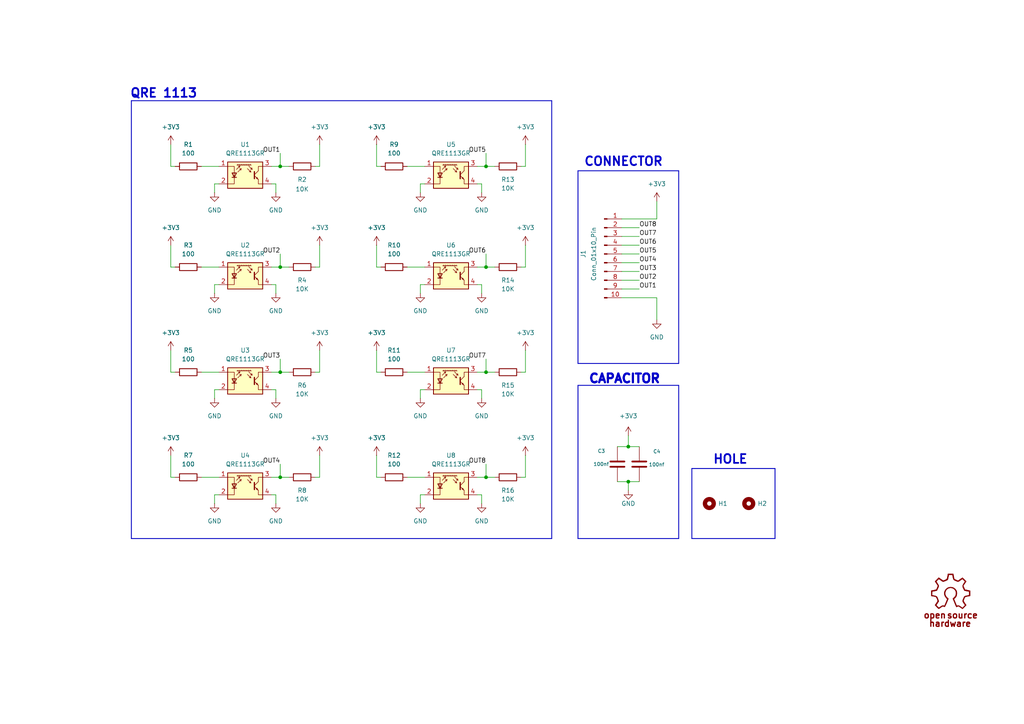
<source format=kicad_sch>
(kicad_sch
	(version 20231120)
	(generator "eeschema")
	(generator_version "8.0")
	(uuid "c7c6e358-affe-4499-80d3-cfd090c93238")
	(paper "A4")
	(title_block
		(title "Line Sensors - QRE1113 x8  ")
		(date "2024-04-13")
		(rev "3.0")
		(company "Space Angels")
		(comment 1 "Made in EESTN5")
		(comment 2 "Autor : Alejo Guerra")
	)
	(lib_symbols
		(symbol "Connector:Conn_01x10_Pin"
			(pin_names
				(offset 1.016) hide)
			(exclude_from_sim no)
			(in_bom yes)
			(on_board yes)
			(property "Reference" "J"
				(at 0 12.7 0)
				(effects
					(font
						(size 1.27 1.27)
					)
				)
			)
			(property "Value" "Conn_01x10_Pin"
				(at 0 -15.24 0)
				(effects
					(font
						(size 1.27 1.27)
					)
				)
			)
			(property "Footprint" ""
				(at 0 0 0)
				(effects
					(font
						(size 1.27 1.27)
					)
					(hide yes)
				)
			)
			(property "Datasheet" "~"
				(at 0 0 0)
				(effects
					(font
						(size 1.27 1.27)
					)
					(hide yes)
				)
			)
			(property "Description" "Generic connector, single row, 01x10, script generated"
				(at 0 0 0)
				(effects
					(font
						(size 1.27 1.27)
					)
					(hide yes)
				)
			)
			(property "ki_locked" ""
				(at 0 0 0)
				(effects
					(font
						(size 1.27 1.27)
					)
				)
			)
			(property "ki_keywords" "connector"
				(at 0 0 0)
				(effects
					(font
						(size 1.27 1.27)
					)
					(hide yes)
				)
			)
			(property "ki_fp_filters" "Connector*:*_1x??_*"
				(at 0 0 0)
				(effects
					(font
						(size 1.27 1.27)
					)
					(hide yes)
				)
			)
			(symbol "Conn_01x10_Pin_1_1"
				(polyline
					(pts
						(xy 1.27 -12.7) (xy 0.8636 -12.7)
					)
					(stroke
						(width 0.1524)
						(type default)
					)
					(fill
						(type none)
					)
				)
				(polyline
					(pts
						(xy 1.27 -10.16) (xy 0.8636 -10.16)
					)
					(stroke
						(width 0.1524)
						(type default)
					)
					(fill
						(type none)
					)
				)
				(polyline
					(pts
						(xy 1.27 -7.62) (xy 0.8636 -7.62)
					)
					(stroke
						(width 0.1524)
						(type default)
					)
					(fill
						(type none)
					)
				)
				(polyline
					(pts
						(xy 1.27 -5.08) (xy 0.8636 -5.08)
					)
					(stroke
						(width 0.1524)
						(type default)
					)
					(fill
						(type none)
					)
				)
				(polyline
					(pts
						(xy 1.27 -2.54) (xy 0.8636 -2.54)
					)
					(stroke
						(width 0.1524)
						(type default)
					)
					(fill
						(type none)
					)
				)
				(polyline
					(pts
						(xy 1.27 0) (xy 0.8636 0)
					)
					(stroke
						(width 0.1524)
						(type default)
					)
					(fill
						(type none)
					)
				)
				(polyline
					(pts
						(xy 1.27 2.54) (xy 0.8636 2.54)
					)
					(stroke
						(width 0.1524)
						(type default)
					)
					(fill
						(type none)
					)
				)
				(polyline
					(pts
						(xy 1.27 5.08) (xy 0.8636 5.08)
					)
					(stroke
						(width 0.1524)
						(type default)
					)
					(fill
						(type none)
					)
				)
				(polyline
					(pts
						(xy 1.27 7.62) (xy 0.8636 7.62)
					)
					(stroke
						(width 0.1524)
						(type default)
					)
					(fill
						(type none)
					)
				)
				(polyline
					(pts
						(xy 1.27 10.16) (xy 0.8636 10.16)
					)
					(stroke
						(width 0.1524)
						(type default)
					)
					(fill
						(type none)
					)
				)
				(rectangle
					(start 0.8636 -12.573)
					(end 0 -12.827)
					(stroke
						(width 0.1524)
						(type default)
					)
					(fill
						(type outline)
					)
				)
				(rectangle
					(start 0.8636 -10.033)
					(end 0 -10.287)
					(stroke
						(width 0.1524)
						(type default)
					)
					(fill
						(type outline)
					)
				)
				(rectangle
					(start 0.8636 -7.493)
					(end 0 -7.747)
					(stroke
						(width 0.1524)
						(type default)
					)
					(fill
						(type outline)
					)
				)
				(rectangle
					(start 0.8636 -4.953)
					(end 0 -5.207)
					(stroke
						(width 0.1524)
						(type default)
					)
					(fill
						(type outline)
					)
				)
				(rectangle
					(start 0.8636 -2.413)
					(end 0 -2.667)
					(stroke
						(width 0.1524)
						(type default)
					)
					(fill
						(type outline)
					)
				)
				(rectangle
					(start 0.8636 0.127)
					(end 0 -0.127)
					(stroke
						(width 0.1524)
						(type default)
					)
					(fill
						(type outline)
					)
				)
				(rectangle
					(start 0.8636 2.667)
					(end 0 2.413)
					(stroke
						(width 0.1524)
						(type default)
					)
					(fill
						(type outline)
					)
				)
				(rectangle
					(start 0.8636 5.207)
					(end 0 4.953)
					(stroke
						(width 0.1524)
						(type default)
					)
					(fill
						(type outline)
					)
				)
				(rectangle
					(start 0.8636 7.747)
					(end 0 7.493)
					(stroke
						(width 0.1524)
						(type default)
					)
					(fill
						(type outline)
					)
				)
				(rectangle
					(start 0.8636 10.287)
					(end 0 10.033)
					(stroke
						(width 0.1524)
						(type default)
					)
					(fill
						(type outline)
					)
				)
				(pin passive line
					(at 5.08 10.16 180)
					(length 3.81)
					(name "Pin_1"
						(effects
							(font
								(size 1.27 1.27)
							)
						)
					)
					(number "1"
						(effects
							(font
								(size 1.27 1.27)
							)
						)
					)
				)
				(pin passive line
					(at 5.08 -12.7 180)
					(length 3.81)
					(name "Pin_10"
						(effects
							(font
								(size 1.27 1.27)
							)
						)
					)
					(number "10"
						(effects
							(font
								(size 1.27 1.27)
							)
						)
					)
				)
				(pin passive line
					(at 5.08 7.62 180)
					(length 3.81)
					(name "Pin_2"
						(effects
							(font
								(size 1.27 1.27)
							)
						)
					)
					(number "2"
						(effects
							(font
								(size 1.27 1.27)
							)
						)
					)
				)
				(pin passive line
					(at 5.08 5.08 180)
					(length 3.81)
					(name "Pin_3"
						(effects
							(font
								(size 1.27 1.27)
							)
						)
					)
					(number "3"
						(effects
							(font
								(size 1.27 1.27)
							)
						)
					)
				)
				(pin passive line
					(at 5.08 2.54 180)
					(length 3.81)
					(name "Pin_4"
						(effects
							(font
								(size 1.27 1.27)
							)
						)
					)
					(number "4"
						(effects
							(font
								(size 1.27 1.27)
							)
						)
					)
				)
				(pin passive line
					(at 5.08 0 180)
					(length 3.81)
					(name "Pin_5"
						(effects
							(font
								(size 1.27 1.27)
							)
						)
					)
					(number "5"
						(effects
							(font
								(size 1.27 1.27)
							)
						)
					)
				)
				(pin passive line
					(at 5.08 -2.54 180)
					(length 3.81)
					(name "Pin_6"
						(effects
							(font
								(size 1.27 1.27)
							)
						)
					)
					(number "6"
						(effects
							(font
								(size 1.27 1.27)
							)
						)
					)
				)
				(pin passive line
					(at 5.08 -5.08 180)
					(length 3.81)
					(name "Pin_7"
						(effects
							(font
								(size 1.27 1.27)
							)
						)
					)
					(number "7"
						(effects
							(font
								(size 1.27 1.27)
							)
						)
					)
				)
				(pin passive line
					(at 5.08 -7.62 180)
					(length 3.81)
					(name "Pin_8"
						(effects
							(font
								(size 1.27 1.27)
							)
						)
					)
					(number "8"
						(effects
							(font
								(size 1.27 1.27)
							)
						)
					)
				)
				(pin passive line
					(at 5.08 -10.16 180)
					(length 3.81)
					(name "Pin_9"
						(effects
							(font
								(size 1.27 1.27)
							)
						)
					)
					(number "9"
						(effects
							(font
								(size 1.27 1.27)
							)
						)
					)
				)
			)
		)
		(symbol "Device:R"
			(pin_numbers hide)
			(pin_names
				(offset 0)
			)
			(exclude_from_sim no)
			(in_bom yes)
			(on_board yes)
			(property "Reference" "R"
				(at 2.032 0 90)
				(effects
					(font
						(size 1.27 1.27)
					)
				)
			)
			(property "Value" "R"
				(at 0 0 90)
				(effects
					(font
						(size 1.27 1.27)
					)
				)
			)
			(property "Footprint" ""
				(at -1.778 0 90)
				(effects
					(font
						(size 1.27 1.27)
					)
					(hide yes)
				)
			)
			(property "Datasheet" "~"
				(at 0 0 0)
				(effects
					(font
						(size 1.27 1.27)
					)
					(hide yes)
				)
			)
			(property "Description" "Resistor"
				(at 0 0 0)
				(effects
					(font
						(size 1.27 1.27)
					)
					(hide yes)
				)
			)
			(property "ki_keywords" "R res resistor"
				(at 0 0 0)
				(effects
					(font
						(size 1.27 1.27)
					)
					(hide yes)
				)
			)
			(property "ki_fp_filters" "R_*"
				(at 0 0 0)
				(effects
					(font
						(size 1.27 1.27)
					)
					(hide yes)
				)
			)
			(symbol "R_0_1"
				(rectangle
					(start -1.016 -2.54)
					(end 1.016 2.54)
					(stroke
						(width 0.254)
						(type default)
					)
					(fill
						(type none)
					)
				)
			)
			(symbol "R_1_1"
				(pin passive line
					(at 0 3.81 270)
					(length 1.27)
					(name "~"
						(effects
							(font
								(size 1.27 1.27)
							)
						)
					)
					(number "1"
						(effects
							(font
								(size 1.27 1.27)
							)
						)
					)
				)
				(pin passive line
					(at 0 -3.81 90)
					(length 1.27)
					(name "~"
						(effects
							(font
								(size 1.27 1.27)
							)
						)
					)
					(number "2"
						(effects
							(font
								(size 1.27 1.27)
							)
						)
					)
				)
			)
		)
		(symbol "EESTN5-v2:OSHWA"
			(pin_names
				(offset 1.016)
			)
			(exclude_from_sim no)
			(in_bom yes)
			(on_board yes)
			(property "Reference" "#G"
				(at -0.762 10.16 0)
				(effects
					(font
						(size 1.524 1.524)
					)
					(hide yes)
				)
			)
			(property "Value" "OSHWA"
				(at 0 7.6962 0)
				(effects
					(font
						(size 1.524 1.524)
					)
					(hide yes)
				)
			)
			(property "Footprint" ""
				(at 0 0 0)
				(effects
					(font
						(size 1.524 1.524)
					)
				)
			)
			(property "Datasheet" ""
				(at 0 0 0)
				(effects
					(font
						(size 1.524 1.524)
					)
				)
			)
			(property "Description" "Logo Open Hardware"
				(at 0 0 0)
				(effects
					(font
						(size 1.27 1.27)
					)
					(hide yes)
				)
			)
			(symbol "OSHWA_0_0"
				(polyline
					(pts
						(xy 5.7912 2.667) (xy 5.5372 2.7178) (xy 5.4864 2.7432) (xy 5.4864 1.8796) (xy 5.4864 1.8288)
						(xy 5.4864 1.6002) (xy 5.4864 1.4732) (xy 5.4102 1.3716) (xy 5.2832 1.3208) (xy 5.0038 1.27) (xy 4.6228 1.1938)
						(xy 4.572 1.1684) (xy 4.318 1.1176) (xy 4.1656 1.0414) (xy 4.0386 0.889) (xy 3.937 0.6604) (xy 3.8354 0.4064)
						(xy 3.683 0.0762) (xy 3.6068 -0.1778) (xy 3.5814 -0.3556) (xy 3.6322 -0.5334) (xy 3.7592 -0.7366)
						(xy 3.9116 -0.9906) (xy 4.318 -1.5494) (xy 3.937 -1.9304) (xy 3.5814 -2.3114) (xy 3.048 -1.9558)
						(xy 2.794 -1.778) (xy 2.5654 -1.651) (xy 2.3876 -1.6256) (xy 2.2098 -1.6256) (xy 1.905 -1.6764)
						(xy 1.4986 -0.7112) (xy 1.1176 0.2286) (xy 1.397 0.508) (xy 1.5748 0.6604) (xy 1.8034 1.016) (xy 1.9304 1.397)
						(xy 1.9812 1.8542) (xy 1.9812 1.9304) (xy 1.9558 2.2606) (xy 1.905 2.54) (xy 1.7526 2.8194) (xy 1.4732 3.175)
						(xy 1.0668 3.5052) (xy 0.5842 3.683) (xy 0.1016 3.7338) (xy -0.4064 3.6576) (xy -0.889 3.429)
						(xy -1.2954 3.048) (xy -1.3462 2.9972) (xy -1.6256 2.5146) (xy -1.7526 2.0066) (xy -1.7018 1.4986)
						(xy -1.4986 0.9906) (xy -1.143 0.508) (xy -0.8636 0.2032) (xy -1.2446 -0.7366) (xy -1.651 -1.6764)
						(xy -1.9558 -1.6256) (xy -2.1082 -1.6256) (xy -2.286 -1.651) (xy -2.4892 -1.7526) (xy -2.7686 -1.9304)
						(xy -3.2766 -2.2606) (xy -3.6576 -1.905) (xy -4.0132 -1.524) (xy -3.6322 -0.9652) (xy -3.2766 -0.4064)
						(xy -3.429 0.0254) (xy -3.4544 0.1016) (xy -3.6068 0.508) (xy -3.7338 0.7874) (xy -3.8862 0.9906)
						(xy -4.0894 1.0922) (xy -4.3688 1.1938) (xy -4.7752 1.27) (xy -5.2578 1.3716) (xy -5.2324 1.905)
						(xy -5.207 2.413) (xy -4.5212 2.54) (xy -3.8608 2.667) (xy -3.5814 3.2512) (xy -3.556 3.302) (xy -3.4036 3.6068)
						(xy -3.3274 3.8862) (xy -3.2766 4.0386) (xy -3.3274 4.2164) (xy -3.4544 4.445) (xy -3.6322 4.7244)
						(xy -3.6576 4.7498) (xy -3.81 5.0292) (xy -3.937 5.207) (xy -3.9878 5.3086) (xy -3.9878 5.334)
						(xy -3.8862 5.461) (xy -3.7338 5.6388) (xy -3.5306 5.8166) (xy -3.3782 5.969) (xy -3.2766 6.0198)
						(xy -3.1496 5.9436) (xy -2.9464 5.8166) (xy -2.6924 5.6388) (xy -2.6162 5.588) (xy -2.3622 5.4102)
						(xy -2.159 5.3086) (xy -2.032 5.2578) (xy -1.8796 5.3086) (xy -1.6256 5.3848) (xy -1.3208 5.5118)
						(xy -1.2446 5.5372) (xy -0.9144 5.6896) (xy -0.7112 5.842) (xy -0.635 5.969) (xy -0.6096 6.096)
						(xy -0.5588 6.3754) (xy -0.4826 6.6802) (xy -0.381 7.239) (xy 0.127 7.239) (xy 0.635 7.239) (xy 0.7366 6.731)
						(xy 0.7874 6.477) (xy 0.8636 6.1722) (xy 0.9398 5.9436) (xy 1.0414 5.8166) (xy 1.1684 5.715) (xy 1.3462 5.6134)
						(xy 1.4478 5.5626) (xy 1.778 5.4356) (xy 2.032 5.334) (xy 2.1844 5.2832) (xy 2.3114 5.2832) (xy 2.4638 5.334)
						(xy 2.667 5.4356) (xy 2.9464 5.6388) (xy 3.556 6.0452) (xy 3.937 5.6896) (xy 4.2926 5.3086) (xy 3.9116 4.7498)
						(xy 3.8354 4.6228) (xy 3.683 4.318) (xy 3.5814 4.0894) (xy 3.6068 3.8354) (xy 3.683 3.5306) (xy 3.8862 3.1496)
						(xy 4.1148 2.667) (xy 4.7752 2.54) (xy 5.461 2.413) (xy 5.4864 1.8796) (xy 5.4864 2.7432) (xy 5.4102 2.7432)
						(xy 5.1054 2.8194) (xy 4.8006 2.8956) (xy 4.2926 2.9718) (xy 4.064 3.5306) (xy 3.81 4.0894) (xy 4.2418 4.7244)
						(xy 4.6736 5.3594) (xy 4.1148 5.9182) (xy 3.5814 6.4516) (xy 2.921 6.0198) (xy 2.286 5.5626) (xy 1.7526 5.7912)
						(xy 1.1938 6.0452) (xy 1.0922 6.5532) (xy 1.0668 6.8072) (xy 0.9906 7.0866) (xy 0.9652 7.3152)
						(xy 0.9144 7.5438) (xy 0.127 7.5438) (xy -0.6604 7.5438) (xy -0.762 6.9342) (xy -0.8128 6.6802)
						(xy -0.889 6.35) (xy -0.9652 6.1214) (xy -1.0922 5.9944) (xy -1.27 5.8928) (xy -1.524 5.7658)
						(xy -2.032 5.588) (xy -2.667 6.0198) (xy -3.3274 6.477) (xy -3.8608 5.9182) (xy -4.4196 5.3594)
						(xy -3.9878 4.7244) (xy -3.556 4.0894) (xy -3.7846 3.556) (xy -3.7846 3.5306) (xy -3.8862 3.2766)
						(xy -3.9878 3.0734) (xy -4.0132 2.9972) (xy -4.0386 2.9718) (xy -4.191 2.9464) (xy -4.445 2.8956)
						(xy -4.7752 2.8194) (xy -5.5118 2.6924) (xy -5.5118 1.905) (xy -5.5118 1.143) (xy -4.9022 1.016)
						(xy -4.8768 1.016) (xy -4.5466 0.9652) (xy -4.2926 0.889) (xy -4.1402 0.8382) (xy -4.1148 0.8128)
						(xy -4.0132 0.6604) (xy -3.8862 0.4318) (xy -3.7592 0.1524) (xy -3.683 -0.1016) (xy -3.6576 -0.3048)
						(xy -3.7084 -0.4572) (xy -3.8608 -0.6858) (xy -4.0386 -0.9652) (xy -4.4196 -1.524) (xy -3.8862 -2.0828)
						(xy -3.7846 -2.2098) (xy -3.556 -2.413) (xy -3.3782 -2.5654) (xy -3.3274 -2.6162) (xy -3.302 -2.6162)
						(xy -3.2004 -2.54) (xy -2.9972 -2.413) (xy -2.7178 -2.2352) (xy -2.5654 -2.1082) (xy -2.3368 -1.9558)
						(xy -2.1844 -1.905) (xy -2.0574 -1.905) (xy -1.905 -1.9304) (xy -1.7018 -2.0066) (xy -1.5748 -2.0574)
						(xy -1.5494 -2.032) (xy -1.4732 -1.8796) (xy -1.3462 -1.6256) (xy -1.1684 -1.27) (xy -0.9906 -0.8636)
						(xy -0.4826 0.3556) (xy -0.8382 0.6604) (xy -1.016 0.8128) (xy -1.27 1.2192) (xy -1.4224 1.651)
						(xy -1.4224 2.1082) (xy -1.2954 2.5146) (xy -1.0922 2.8956) (xy -0.762 3.2004) (xy -0.3556 3.4036)
						(xy 0.1524 3.4798) (xy 0.4826 3.429) (xy 0.9144 3.2766) (xy 1.27 2.9718) (xy 1.5494 2.5908) (xy 1.6764 2.159)
						(xy 1.6764 1.8288) (xy 1.6256 1.4478) (xy 1.4732 1.0922) (xy 1.1684 0.762) (xy 0.762 0.3556) (xy 1.2446 -0.8128)
						(xy 1.3208 -1.016) (xy 1.4732 -1.397) (xy 1.6256 -1.7272) (xy 1.7272 -1.9558) (xy 1.778 -2.0574)
						(xy 1.8796 -2.0828) (xy 2.032 -2.0066) (xy 2.1844 -1.905) (xy 2.3114 -1.8796) (xy 2.4892 -1.905)
						(xy 2.7178 -2.032) (xy 3.0226 -2.2352) (xy 3.5814 -2.6416) (xy 4.1402 -2.0828) (xy 4.6736 -1.524)
						(xy 4.2926 -0.9652) (xy 4.2164 -0.8636) (xy 4.064 -0.6096) (xy 3.937 -0.381) (xy 3.8862 -0.2794)
						(xy 3.8862 -0.254) (xy 3.937 -0.0762) (xy 4.0386 0.1778) (xy 4.1402 0.4572) (xy 4.2418 0.6858)
						(xy 4.318 0.7874) (xy 4.3434 0.8128) (xy 4.4958 0.8636) (xy 4.7498 0.9398) (xy 5.08 1.016) (xy 5.7912 1.143)
						(xy 5.7912 1.905) (xy 5.7912 2.667) (xy 5.7912 2.667)
					)
					(stroke
						(width 0.0254)
						(type default)
					)
					(fill
						(type outline)
					)
				)
				(text "hardware"
					(at -0.0254 -6.858 0)
					(effects
						(font
							(size 1.778 1.778)
							(bold yes)
						)
					)
				)
				(text "open"
					(at -4.445 -4.445 0)
					(effects
						(font
							(size 1.778 1.778)
							(bold yes)
						)
					)
				)
				(text "source"
					(at 3.556 -4.445 0)
					(effects
						(font
							(size 1.778 1.778)
							(bold yes)
						)
					)
				)
			)
		)
		(symbol "EESTN5:Mounting_Hole"
			(pin_names
				(offset 1.016)
			)
			(exclude_from_sim no)
			(in_bom yes)
			(on_board yes)
			(property "Reference" "H"
				(at 0 5.08 0)
				(effects
					(font
						(size 1.27 1.27)
					)
				)
			)
			(property "Value" "Mounting_Hole"
				(at 0 3.175 0)
				(effects
					(font
						(size 1.27 1.27)
					)
					(hide yes)
				)
			)
			(property "Footprint" ""
				(at 0 0 0)
				(effects
					(font
						(size 1.524 1.524)
					)
					(hide yes)
				)
			)
			(property "Datasheet" ""
				(at 0 0 0)
				(effects
					(font
						(size 1.524 1.524)
					)
					(hide yes)
				)
			)
			(property "Description" "Mounting Hole without connection"
				(at 0 0 0)
				(effects
					(font
						(size 1.27 1.27)
					)
					(hide yes)
				)
			)
			(property "ki_keywords" "mounting hole"
				(at 0 0 0)
				(effects
					(font
						(size 1.27 1.27)
					)
					(hide yes)
				)
			)
			(property "ki_fp_filters" "hole* Logo* PAD* Separador* Cable*"
				(at 0 0 0)
				(effects
					(font
						(size 1.27 1.27)
					)
					(hide yes)
				)
			)
			(symbol "Mounting_Hole_0_1"
				(circle
					(center 0 0)
					(radius 1.27)
					(stroke
						(width 1.27)
						(type default)
					)
					(fill
						(type none)
					)
				)
			)
		)
		(symbol "Sensor_Linea_Bonaerenses-rescue:C"
			(pin_numbers hide)
			(pin_names
				(offset 0.254)
			)
			(exclude_from_sim no)
			(in_bom yes)
			(on_board yes)
			(property "Reference" "C"
				(at 0 2.54 0)
				(effects
					(font
						(size 1.016 1.016)
					)
					(justify left)
				)
			)
			(property "Value" "C"
				(at 0.1524 -2.159 0)
				(effects
					(font
						(size 1.016 1.016)
					)
					(justify left)
				)
			)
			(property "Footprint" ""
				(at 0.9652 -3.81 0)
				(effects
					(font
						(size 0.762 0.762)
					)
				)
			)
			(property "Datasheet" ""
				(at 0 0 0)
				(effects
					(font
						(size 1.524 1.524)
					)
				)
			)
			(property "Description" ""
				(at 0 0 0)
				(effects
					(font
						(size 1.27 1.27)
					)
					(hide yes)
				)
			)
			(property "ki_fp_filters" "C*"
				(at 0 0 0)
				(effects
					(font
						(size 1.27 1.27)
					)
					(hide yes)
				)
			)
			(symbol "C_0_1"
				(polyline
					(pts
						(xy -2.032 -0.762) (xy 2.032 -0.762)
					)
					(stroke
						(width 0.508)
						(type default)
					)
					(fill
						(type none)
					)
				)
				(polyline
					(pts
						(xy -2.032 0.762) (xy 2.032 0.762)
					)
					(stroke
						(width 0.508)
						(type default)
					)
					(fill
						(type none)
					)
				)
			)
			(symbol "C_1_1"
				(pin passive line
					(at 0 5.08 270)
					(length 4.318)
					(name "~"
						(effects
							(font
								(size 1.016 1.016)
							)
						)
					)
					(number "1"
						(effects
							(font
								(size 1.016 1.016)
							)
						)
					)
				)
				(pin passive line
					(at 0 -5.08 90)
					(length 4.318)
					(name "~"
						(effects
							(font
								(size 1.016 1.016)
							)
						)
					)
					(number "2"
						(effects
							(font
								(size 1.016 1.016)
							)
						)
					)
				)
			)
		)
		(symbol "Sensor_Proximity:QRE1113GR"
			(pin_names
				(offset 0.0254) hide)
			(exclude_from_sim no)
			(in_bom yes)
			(on_board yes)
			(property "Reference" "U"
				(at -3.81 5.08 0)
				(effects
					(font
						(size 1.27 1.27)
					)
				)
			)
			(property "Value" "QRE1113GR"
				(at 11.43 5.08 0)
				(effects
					(font
						(size 1.27 1.27)
					)
					(justify right)
				)
			)
			(property "Footprint" "OptoDevice:OnSemi_CASE100CY"
				(at 0 -5.08 0)
				(effects
					(font
						(size 1.27 1.27)
					)
					(hide yes)
				)
			)
			(property "Datasheet" "http://www.onsemi.com/pub/Collateral/QRE1113-D.PDF"
				(at 0 2.54 0)
				(effects
					(font
						(size 1.27 1.27)
					)
					(hide yes)
				)
			)
			(property "Description" "Miniature Reflective Optical Object Sensor, SMD-4"
				(at 0 0 0)
				(effects
					(font
						(size 1.27 1.27)
					)
					(hide yes)
				)
			)
			(property "ki_keywords" "Reflective Optical Sensor Opto reflex coupler"
				(at 0 0 0)
				(effects
					(font
						(size 1.27 1.27)
					)
					(hide yes)
				)
			)
			(property "ki_fp_filters" "OnSemi*CASE100CY*"
				(at 0 0 0)
				(effects
					(font
						(size 1.27 1.27)
					)
					(hide yes)
				)
			)
			(symbol "QRE1113GR_0_1"
				(polyline
					(pts
						(xy -3.81 -0.635) (xy -2.54 -0.635)
					)
					(stroke
						(width 0.254)
						(type default)
					)
					(fill
						(type none)
					)
				)
				(polyline
					(pts
						(xy -2.286 2.921) (xy -2.032 3.175)
					)
					(stroke
						(width 0)
						(type default)
					)
					(fill
						(type none)
					)
				)
				(polyline
					(pts
						(xy -1.778 2.921) (xy -1.524 3.175)
					)
					(stroke
						(width 0)
						(type default)
					)
					(fill
						(type none)
					)
				)
				(polyline
					(pts
						(xy -1.524 2.667) (xy -1.651 2.159)
					)
					(stroke
						(width 0)
						(type default)
					)
					(fill
						(type none)
					)
				)
				(polyline
					(pts
						(xy -1.27 2.921) (xy -1.016 3.175)
					)
					(stroke
						(width 0)
						(type default)
					)
					(fill
						(type none)
					)
				)
				(polyline
					(pts
						(xy -1.143 1.905) (xy -1.27 1.397)
					)
					(stroke
						(width 0)
						(type default)
					)
					(fill
						(type none)
					)
				)
				(polyline
					(pts
						(xy -0.762 2.921) (xy -0.508 3.175)
					)
					(stroke
						(width 0)
						(type default)
					)
					(fill
						(type none)
					)
				)
				(polyline
					(pts
						(xy -0.254 2.921) (xy 0 3.175)
					)
					(stroke
						(width 0)
						(type default)
					)
					(fill
						(type none)
					)
				)
				(polyline
					(pts
						(xy 0.254 2.921) (xy 0.508 3.175)
					)
					(stroke
						(width 0)
						(type default)
					)
					(fill
						(type none)
					)
				)
				(polyline
					(pts
						(xy 0.762 2.921) (xy 1.016 3.175)
					)
					(stroke
						(width 0)
						(type default)
					)
					(fill
						(type none)
					)
				)
				(polyline
					(pts
						(xy 1.27 2.921) (xy 1.524 3.175)
					)
					(stroke
						(width 0)
						(type default)
					)
					(fill
						(type none)
					)
				)
				(polyline
					(pts
						(xy 1.651 0.889) (xy 1.143 1.016)
					)
					(stroke
						(width 0)
						(type default)
					)
					(fill
						(type none)
					)
				)
				(polyline
					(pts
						(xy 1.778 2.921) (xy -2.413 2.921)
					)
					(stroke
						(width 0)
						(type default)
					)
					(fill
						(type none)
					)
				)
				(polyline
					(pts
						(xy 2.032 1.651) (xy 1.524 1.778)
					)
					(stroke
						(width 0)
						(type default)
					)
					(fill
						(type none)
					)
				)
				(polyline
					(pts
						(xy 2.667 -0.127) (xy 3.81 -1.27)
					)
					(stroke
						(width 0)
						(type default)
					)
					(fill
						(type none)
					)
				)
				(polyline
					(pts
						(xy 2.667 0.127) (xy 3.81 1.27)
					)
					(stroke
						(width 0)
						(type default)
					)
					(fill
						(type none)
					)
				)
				(polyline
					(pts
						(xy -2.54 1.651) (xy -1.524 2.667) (xy -2.032 2.54)
					)
					(stroke
						(width 0)
						(type default)
					)
					(fill
						(type none)
					)
				)
				(polyline
					(pts
						(xy -2.159 0.889) (xy -1.143 1.905) (xy -1.651 1.778)
					)
					(stroke
						(width 0)
						(type default)
					)
					(fill
						(type none)
					)
				)
				(polyline
					(pts
						(xy 0.635 1.905) (xy 1.651 0.889) (xy 1.524 1.397)
					)
					(stroke
						(width 0)
						(type default)
					)
					(fill
						(type none)
					)
				)
				(polyline
					(pts
						(xy 1.016 2.667) (xy 2.032 1.651) (xy 1.905 2.159)
					)
					(stroke
						(width 0)
						(type default)
					)
					(fill
						(type none)
					)
				)
				(polyline
					(pts
						(xy 2.667 1.016) (xy 2.667 -1.016) (xy 2.667 -1.016)
					)
					(stroke
						(width 0.3556)
						(type default)
					)
					(fill
						(type none)
					)
				)
				(polyline
					(pts
						(xy 3.81 -1.27) (xy 3.81 -2.54) (xy 5.08 -2.54)
					)
					(stroke
						(width 0)
						(type default)
					)
					(fill
						(type none)
					)
				)
				(polyline
					(pts
						(xy 3.81 1.27) (xy 3.81 2.54) (xy 5.08 2.54)
					)
					(stroke
						(width 0)
						(type default)
					)
					(fill
						(type none)
					)
				)
				(polyline
					(pts
						(xy -5.08 -2.54) (xy -3.175 -2.54) (xy -3.175 2.54) (xy -5.08 2.54)
					)
					(stroke
						(width 0)
						(type default)
					)
					(fill
						(type none)
					)
				)
				(polyline
					(pts
						(xy -3.175 -0.635) (xy -3.81 0.635) (xy -2.54 0.635) (xy -3.175 -0.635)
					)
					(stroke
						(width 0.254)
						(type default)
					)
					(fill
						(type none)
					)
				)
				(polyline
					(pts
						(xy 3.683 -1.143) (xy 3.429 -0.635) (xy 3.175 -0.889) (xy 3.683 -1.143)
					)
					(stroke
						(width 0)
						(type default)
					)
					(fill
						(type none)
					)
				)
				(polyline
					(pts
						(xy -5.08 -3.81) (xy 5.08 -3.81) (xy 5.08 3.81) (xy -5.08 3.81) (xy -5.08 -3.81)
					)
					(stroke
						(width 0.254)
						(type default)
					)
					(fill
						(type background)
					)
				)
			)
			(symbol "QRE1113GR_1_1"
				(pin passive line
					(at -7.62 2.54 0)
					(length 2.54)
					(name "A"
						(effects
							(font
								(size 1.27 1.27)
							)
						)
					)
					(number "1"
						(effects
							(font
								(size 1.27 1.27)
							)
						)
					)
				)
				(pin passive line
					(at -7.62 -2.54 0)
					(length 2.54)
					(name "K"
						(effects
							(font
								(size 1.27 1.27)
							)
						)
					)
					(number "2"
						(effects
							(font
								(size 1.27 1.27)
							)
						)
					)
				)
				(pin open_collector line
					(at 7.62 2.54 180)
					(length 2.54)
					(name "~"
						(effects
							(font
								(size 1.27 1.27)
							)
						)
					)
					(number "3"
						(effects
							(font
								(size 1.27 1.27)
							)
						)
					)
				)
				(pin open_emitter line
					(at 7.62 -2.54 180)
					(length 2.54)
					(name "~"
						(effects
							(font
								(size 1.27 1.27)
							)
						)
					)
					(number "4"
						(effects
							(font
								(size 1.27 1.27)
							)
						)
					)
				)
			)
		)
		(symbol "power:+3V3"
			(power)
			(pin_numbers hide)
			(pin_names
				(offset 0) hide)
			(exclude_from_sim no)
			(in_bom yes)
			(on_board yes)
			(property "Reference" "#PWR"
				(at 0 -3.81 0)
				(effects
					(font
						(size 1.27 1.27)
					)
					(hide yes)
				)
			)
			(property "Value" "+3V3"
				(at 0 3.556 0)
				(effects
					(font
						(size 1.27 1.27)
					)
				)
			)
			(property "Footprint" ""
				(at 0 0 0)
				(effects
					(font
						(size 1.27 1.27)
					)
					(hide yes)
				)
			)
			(property "Datasheet" ""
				(at 0 0 0)
				(effects
					(font
						(size 1.27 1.27)
					)
					(hide yes)
				)
			)
			(property "Description" "Power symbol creates a global label with name \"+3V3\""
				(at 0 0 0)
				(effects
					(font
						(size 1.27 1.27)
					)
					(hide yes)
				)
			)
			(property "ki_keywords" "global power"
				(at 0 0 0)
				(effects
					(font
						(size 1.27 1.27)
					)
					(hide yes)
				)
			)
			(symbol "+3V3_0_1"
				(polyline
					(pts
						(xy -0.762 1.27) (xy 0 2.54)
					)
					(stroke
						(width 0)
						(type default)
					)
					(fill
						(type none)
					)
				)
				(polyline
					(pts
						(xy 0 0) (xy 0 2.54)
					)
					(stroke
						(width 0)
						(type default)
					)
					(fill
						(type none)
					)
				)
				(polyline
					(pts
						(xy 0 2.54) (xy 0.762 1.27)
					)
					(stroke
						(width 0)
						(type default)
					)
					(fill
						(type none)
					)
				)
			)
			(symbol "+3V3_1_1"
				(pin power_in line
					(at 0 0 90)
					(length 0)
					(name "~"
						(effects
							(font
								(size 1.27 1.27)
							)
						)
					)
					(number "1"
						(effects
							(font
								(size 1.27 1.27)
							)
						)
					)
				)
			)
		)
		(symbol "power:GND"
			(power)
			(pin_numbers hide)
			(pin_names
				(offset 0) hide)
			(exclude_from_sim no)
			(in_bom yes)
			(on_board yes)
			(property "Reference" "#PWR"
				(at 0 -6.35 0)
				(effects
					(font
						(size 1.27 1.27)
					)
					(hide yes)
				)
			)
			(property "Value" "GND"
				(at 0 -3.81 0)
				(effects
					(font
						(size 1.27 1.27)
					)
				)
			)
			(property "Footprint" ""
				(at 0 0 0)
				(effects
					(font
						(size 1.27 1.27)
					)
					(hide yes)
				)
			)
			(property "Datasheet" ""
				(at 0 0 0)
				(effects
					(font
						(size 1.27 1.27)
					)
					(hide yes)
				)
			)
			(property "Description" "Power symbol creates a global label with name \"GND\" , ground"
				(at 0 0 0)
				(effects
					(font
						(size 1.27 1.27)
					)
					(hide yes)
				)
			)
			(property "ki_keywords" "global power"
				(at 0 0 0)
				(effects
					(font
						(size 1.27 1.27)
					)
					(hide yes)
				)
			)
			(symbol "GND_0_1"
				(polyline
					(pts
						(xy 0 0) (xy 0 -1.27) (xy 1.27 -1.27) (xy 0 -2.54) (xy -1.27 -1.27) (xy 0 -1.27)
					)
					(stroke
						(width 0)
						(type default)
					)
					(fill
						(type none)
					)
				)
			)
			(symbol "GND_1_1"
				(pin power_in line
					(at 0 0 270)
					(length 0)
					(name "~"
						(effects
							(font
								(size 1.27 1.27)
							)
						)
					)
					(number "1"
						(effects
							(font
								(size 1.27 1.27)
							)
						)
					)
				)
			)
		)
	)
	(junction
		(at 140.97 138.43)
		(diameter 0)
		(color 0 0 0 0)
		(uuid "2053924d-ff83-46fd-a500-7c7008e4b5c2")
	)
	(junction
		(at 140.97 77.47)
		(diameter 0)
		(color 0 0 0 0)
		(uuid "2fcd240f-8668-4886-a403-c67631ae3cc4")
	)
	(junction
		(at 182.245 129.54)
		(diameter 0)
		(color 0 0 0 0)
		(uuid "369cfb62-c299-4477-9bf3-2217f30e7961")
	)
	(junction
		(at 81.28 48.26)
		(diameter 0)
		(color 0 0 0 0)
		(uuid "37b6568c-e68d-439f-bcb4-ff568b532ca9")
	)
	(junction
		(at 182.245 139.7)
		(diameter 0)
		(color 0 0 0 0)
		(uuid "450a7ec1-7af7-42e2-be48-44caa2a4e3f6")
	)
	(junction
		(at 140.97 107.95)
		(diameter 0)
		(color 0 0 0 0)
		(uuid "56d5dac6-01c0-41a0-857e-9097bac4df13")
	)
	(junction
		(at 140.97 48.26)
		(diameter 0)
		(color 0 0 0 0)
		(uuid "8d8cac15-feb7-4025-a4b8-50d84981f756")
	)
	(junction
		(at 81.28 77.47)
		(diameter 0)
		(color 0 0 0 0)
		(uuid "98aea95f-edbe-4c22-89cb-5c936f1344a9")
	)
	(junction
		(at 81.28 107.95)
		(diameter 0)
		(color 0 0 0 0)
		(uuid "c4be5505-f377-4552-9d43-04adc4ff09ea")
	)
	(junction
		(at 81.28 138.43)
		(diameter 0)
		(color 0 0 0 0)
		(uuid "e883231f-8a52-41e0-9163-2873ab9b261b")
	)
	(wire
		(pts
			(xy 58.42 48.26) (xy 63.5 48.26)
		)
		(stroke
			(width 0)
			(type default)
		)
		(uuid "071811cb-9d1a-4bce-85f2-4267b0e85343")
	)
	(wire
		(pts
			(xy 80.01 146.05) (xy 80.01 143.51)
		)
		(stroke
			(width 0)
			(type default)
		)
		(uuid "09347343-16f5-49d8-bd21-8b01a3ba53f2")
	)
	(wire
		(pts
			(xy 152.4 107.95) (xy 152.4 101.6)
		)
		(stroke
			(width 0)
			(type default)
		)
		(uuid "095f966b-f053-45ad-aed6-5b9bb7fe25b0")
	)
	(wire
		(pts
			(xy 185.42 78.74) (xy 180.34 78.74)
		)
		(stroke
			(width 0)
			(type default)
		)
		(uuid "0a351abf-5362-48be-a31a-94301a4ab86d")
	)
	(polyline
		(pts
			(xy 38.1 156.21) (xy 160.02 156.21)
		)
		(stroke
			(width 0.254)
			(type default)
		)
		(uuid "0c398aa3-2080-47eb-b0e5-f1c1d6d34057")
	)
	(polyline
		(pts
			(xy 38.1 29.21) (xy 38.1 156.21)
		)
		(stroke
			(width 0.254)
			(type default)
		)
		(uuid "0c66263e-c64e-4b15-a98d-299359b22931")
	)
	(wire
		(pts
			(xy 78.74 107.95) (xy 81.28 107.95)
		)
		(stroke
			(width 0)
			(type default)
		)
		(uuid "0eca8bce-8227-4ad5-9a79-103b49bc3b15")
	)
	(wire
		(pts
			(xy 81.28 134.62) (xy 81.28 138.43)
		)
		(stroke
			(width 0)
			(type default)
		)
		(uuid "0efeec19-0735-4d2f-84fb-70c2e899b90c")
	)
	(wire
		(pts
			(xy 81.28 44.45) (xy 81.28 48.26)
		)
		(stroke
			(width 0)
			(type default)
		)
		(uuid "0f4a8c2b-3bd4-4fb7-8b15-9d1521c1f457")
	)
	(wire
		(pts
			(xy 140.97 104.14) (xy 140.97 107.95)
		)
		(stroke
			(width 0)
			(type default)
		)
		(uuid "134109d0-23a0-4bd1-a589-43e95b47c364")
	)
	(wire
		(pts
			(xy 78.74 77.47) (xy 81.28 77.47)
		)
		(stroke
			(width 0)
			(type default)
		)
		(uuid "14358990-03ed-4303-a7b3-d83f0f8871b8")
	)
	(wire
		(pts
			(xy 81.28 48.26) (xy 83.82 48.26)
		)
		(stroke
			(width 0)
			(type default)
		)
		(uuid "161eb657-a2f7-4b2c-8dc0-069a79407b94")
	)
	(wire
		(pts
			(xy 151.13 48.26) (xy 152.4 48.26)
		)
		(stroke
			(width 0)
			(type default)
		)
		(uuid "18855645-dce8-4073-a29d-d51f4a2da4a8")
	)
	(wire
		(pts
			(xy 92.71 48.26) (xy 92.71 41.91)
		)
		(stroke
			(width 0)
			(type default)
		)
		(uuid "1ba0d363-b766-4d18-ae7a-20c884780c21")
	)
	(polyline
		(pts
			(xy 167.64 156.21) (xy 196.85 156.21)
		)
		(stroke
			(width 0.254)
			(type default)
		)
		(uuid "1bffeba5-4836-4a05-a6cb-a40f9a716061")
	)
	(wire
		(pts
			(xy 138.43 77.47) (xy 140.97 77.47)
		)
		(stroke
			(width 0)
			(type default)
		)
		(uuid "1caf5c19-0345-4c32-878c-3b1aecf77906")
	)
	(wire
		(pts
			(xy 78.74 48.26) (xy 81.28 48.26)
		)
		(stroke
			(width 0)
			(type default)
		)
		(uuid "1d5f92f4-2cf5-4fd3-bef7-3e27731f7f73")
	)
	(wire
		(pts
			(xy 109.22 77.47) (xy 109.22 71.12)
		)
		(stroke
			(width 0)
			(type default)
		)
		(uuid "1ddfc061-01aa-4714-8999-a6d3b846fc35")
	)
	(wire
		(pts
			(xy 81.28 73.66) (xy 81.28 77.47)
		)
		(stroke
			(width 0)
			(type default)
		)
		(uuid "1f1edf38-16e3-41a0-b9ab-235dde8a677a")
	)
	(wire
		(pts
			(xy 123.19 143.51) (xy 121.92 143.51)
		)
		(stroke
			(width 0)
			(type default)
		)
		(uuid "1f2e67c7-f50d-49bb-a4c7-e6695475b255")
	)
	(wire
		(pts
			(xy 185.42 81.28) (xy 180.34 81.28)
		)
		(stroke
			(width 0)
			(type default)
		)
		(uuid "1f909aa9-ea15-4cfb-b944-8cff7caa1152")
	)
	(wire
		(pts
			(xy 80.01 82.55) (xy 78.74 82.55)
		)
		(stroke
			(width 0)
			(type default)
		)
		(uuid "211e0c70-1a77-44a8-bb38-10e1057992f8")
	)
	(wire
		(pts
			(xy 152.4 48.26) (xy 152.4 41.91)
		)
		(stroke
			(width 0)
			(type default)
		)
		(uuid "22c8c149-fa42-41d5-a5b2-1feafa614ff3")
	)
	(wire
		(pts
			(xy 62.23 82.55) (xy 62.23 85.09)
		)
		(stroke
			(width 0)
			(type default)
		)
		(uuid "260bd6fc-577e-42ec-88ef-9f78089bc0bb")
	)
	(wire
		(pts
			(xy 109.22 107.95) (xy 109.22 101.6)
		)
		(stroke
			(width 0)
			(type default)
		)
		(uuid "28b773d6-1179-4551-a994-77daee7bc874")
	)
	(wire
		(pts
			(xy 140.97 134.62) (xy 140.97 138.43)
		)
		(stroke
			(width 0)
			(type default)
		)
		(uuid "291a5729-8119-4a87-be9c-8383f77fd0ac")
	)
	(polyline
		(pts
			(xy 200.66 135.89) (xy 224.79 135.89)
		)
		(stroke
			(width 0.254)
			(type default)
		)
		(uuid "29a37666-f857-4aad-a0d1-5aaf62928ad7")
	)
	(wire
		(pts
			(xy 50.8 107.95) (xy 49.53 107.95)
		)
		(stroke
			(width 0)
			(type default)
		)
		(uuid "2a945a65-f362-4728-a318-3281b16ba671")
	)
	(wire
		(pts
			(xy 80.01 85.09) (xy 80.01 82.55)
		)
		(stroke
			(width 0)
			(type default)
		)
		(uuid "2b15022e-286d-437f-b36c-14c2e214ba84")
	)
	(wire
		(pts
			(xy 180.34 63.5) (xy 190.5 63.5)
		)
		(stroke
			(width 0)
			(type default)
		)
		(uuid "2c04dffa-8b4d-4bcd-a1d1-7749db33f0ed")
	)
	(wire
		(pts
			(xy 121.92 82.55) (xy 121.92 85.09)
		)
		(stroke
			(width 0)
			(type default)
		)
		(uuid "2c63679d-90b1-4440-b9d8-7660a21a384b")
	)
	(wire
		(pts
			(xy 118.11 77.47) (xy 123.19 77.47)
		)
		(stroke
			(width 0)
			(type default)
		)
		(uuid "2ec36d23-774d-47e7-b717-497f50d8f895")
	)
	(wire
		(pts
			(xy 91.44 107.95) (xy 92.71 107.95)
		)
		(stroke
			(width 0)
			(type default)
		)
		(uuid "30327be0-8ac0-40fc-aa6d-40d9cdf2875c")
	)
	(wire
		(pts
			(xy 140.97 107.95) (xy 143.51 107.95)
		)
		(stroke
			(width 0)
			(type default)
		)
		(uuid "32ab206b-268f-458b-940e-55e4c24484e5")
	)
	(wire
		(pts
			(xy 121.92 53.34) (xy 121.92 55.88)
		)
		(stroke
			(width 0)
			(type default)
		)
		(uuid "34840ae9-4394-45cf-80f4-a9419bee420b")
	)
	(wire
		(pts
			(xy 151.13 107.95) (xy 152.4 107.95)
		)
		(stroke
			(width 0)
			(type default)
		)
		(uuid "358e19c4-3596-4b49-a408-e39ea8467f6c")
	)
	(polyline
		(pts
			(xy 167.64 49.53) (xy 167.64 105.41)
		)
		(stroke
			(width 0.254)
			(type default)
		)
		(uuid "358e6a48-b2ad-457d-b049-255ca8c28baa")
	)
	(wire
		(pts
			(xy 110.49 48.26) (xy 109.22 48.26)
		)
		(stroke
			(width 0)
			(type default)
		)
		(uuid "385876e1-fb12-40fe-b12a-c39dbcd51113")
	)
	(polyline
		(pts
			(xy 196.85 156.21) (xy 196.85 111.76)
		)
		(stroke
			(width 0.254)
			(type default)
		)
		(uuid "38a96773-7c47-4382-8537-c1213a2621a1")
	)
	(wire
		(pts
			(xy 91.44 48.26) (xy 92.71 48.26)
		)
		(stroke
			(width 0)
			(type default)
		)
		(uuid "38b72a91-555f-4466-bc6b-4597d30037b6")
	)
	(wire
		(pts
			(xy 118.11 138.43) (xy 123.19 138.43)
		)
		(stroke
			(width 0)
			(type default)
		)
		(uuid "3a28431e-af3b-4461-b1c9-a48d38637b8d")
	)
	(wire
		(pts
			(xy 139.7 82.55) (xy 138.43 82.55)
		)
		(stroke
			(width 0)
			(type default)
		)
		(uuid "3b795cf0-7c07-4d6a-87e3-d1bc9ce6ac32")
	)
	(wire
		(pts
			(xy 81.28 107.95) (xy 83.82 107.95)
		)
		(stroke
			(width 0)
			(type default)
		)
		(uuid "3f7ad307-7c32-4e24-b510-4550564aa97c")
	)
	(wire
		(pts
			(xy 190.5 86.36) (xy 180.34 86.36)
		)
		(stroke
			(width 0)
			(type default)
		)
		(uuid "3f8e5b60-6701-40c4-a962-2b1a42e88034")
	)
	(wire
		(pts
			(xy 185.42 83.82) (xy 180.34 83.82)
		)
		(stroke
			(width 0)
			(type default)
		)
		(uuid "406ce844-3571-4d7b-847b-ef3301717173")
	)
	(wire
		(pts
			(xy 190.5 92.71) (xy 190.5 86.36)
		)
		(stroke
			(width 0)
			(type default)
		)
		(uuid "41aaa146-ac84-4fdb-976a-1200122a2617")
	)
	(wire
		(pts
			(xy 91.44 138.43) (xy 92.71 138.43)
		)
		(stroke
			(width 0)
			(type default)
		)
		(uuid "42c9ad2a-724b-43a5-9b2a-ad894f5d098e")
	)
	(wire
		(pts
			(xy 152.4 77.47) (xy 152.4 71.12)
		)
		(stroke
			(width 0)
			(type default)
		)
		(uuid "4a2fc1bc-ee2c-4124-83db-1bfa9b3f6365")
	)
	(wire
		(pts
			(xy 49.53 107.95) (xy 49.53 101.6)
		)
		(stroke
			(width 0)
			(type default)
		)
		(uuid "4a7d7e7f-58df-4237-8971-d264bb6ab3aa")
	)
	(wire
		(pts
			(xy 185.42 71.12) (xy 180.34 71.12)
		)
		(stroke
			(width 0)
			(type default)
		)
		(uuid "4ae70e16-2dd0-4225-b335-e02f8c1dfa04")
	)
	(wire
		(pts
			(xy 58.42 107.95) (xy 63.5 107.95)
		)
		(stroke
			(width 0)
			(type default)
		)
		(uuid "4e6ba52b-d3e6-4475-adfc-48e2829d8984")
	)
	(wire
		(pts
			(xy 151.13 138.43) (xy 152.4 138.43)
		)
		(stroke
			(width 0)
			(type default)
		)
		(uuid "52865ca8-dab4-410e-94ec-bce1a6c02107")
	)
	(wire
		(pts
			(xy 179.07 139.7) (xy 182.245 139.7)
		)
		(stroke
			(width 0)
			(type default)
		)
		(uuid "52907e11-94c5-4832-9d3c-88a4eead6c37")
	)
	(wire
		(pts
			(xy 49.53 48.26) (xy 49.53 41.91)
		)
		(stroke
			(width 0)
			(type default)
		)
		(uuid "5451d4a1-98ae-493d-8941-2d2fee8d4944")
	)
	(wire
		(pts
			(xy 62.23 113.03) (xy 62.23 115.57)
		)
		(stroke
			(width 0)
			(type default)
		)
		(uuid "551a89aa-f11e-4bfd-95d5-edfd186f13e0")
	)
	(wire
		(pts
			(xy 58.42 138.43) (xy 63.5 138.43)
		)
		(stroke
			(width 0)
			(type default)
		)
		(uuid "56af653d-7f28-4876-b14e-8132020bfc45")
	)
	(wire
		(pts
			(xy 185.42 73.66) (xy 180.34 73.66)
		)
		(stroke
			(width 0)
			(type default)
		)
		(uuid "56e14587-47c3-46a5-92c4-aee1421da4c6")
	)
	(polyline
		(pts
			(xy 224.79 135.89) (xy 224.79 156.21)
		)
		(stroke
			(width 0.254)
			(type default)
		)
		(uuid "57de6700-8c4e-4564-b275-aeb478c737be")
	)
	(wire
		(pts
			(xy 185.42 66.04) (xy 180.34 66.04)
		)
		(stroke
			(width 0)
			(type default)
		)
		(uuid "58297c6f-3975-4dae-8455-911d47615d33")
	)
	(wire
		(pts
			(xy 80.01 113.03) (xy 78.74 113.03)
		)
		(stroke
			(width 0)
			(type default)
		)
		(uuid "5b82588d-4e17-4b1b-8de1-566088062558")
	)
	(wire
		(pts
			(xy 110.49 138.43) (xy 109.22 138.43)
		)
		(stroke
			(width 0)
			(type default)
		)
		(uuid "5bc3aa63-9bc4-42ce-926d-bbd2d3a80f04")
	)
	(wire
		(pts
			(xy 138.43 48.26) (xy 140.97 48.26)
		)
		(stroke
			(width 0)
			(type default)
		)
		(uuid "5f421ebe-0ad8-4769-a44f-3f5c53d8eed7")
	)
	(wire
		(pts
			(xy 50.8 138.43) (xy 49.53 138.43)
		)
		(stroke
			(width 0)
			(type default)
		)
		(uuid "604ab280-e86f-4d94-a69c-2840c82b34a0")
	)
	(wire
		(pts
			(xy 182.245 139.7) (xy 185.42 139.7)
		)
		(stroke
			(width 0)
			(type default)
		)
		(uuid "60d94c3c-29ad-41df-89fd-21309e56f30e")
	)
	(wire
		(pts
			(xy 121.92 113.03) (xy 121.92 115.57)
		)
		(stroke
			(width 0)
			(type default)
		)
		(uuid "6352358e-e8f2-4e17-af30-4cf05e062fce")
	)
	(wire
		(pts
			(xy 179.07 129.54) (xy 182.245 129.54)
		)
		(stroke
			(width 0)
			(type default)
		)
		(uuid "647094c1-67ff-4f53-886c-c6eb89edf4ee")
	)
	(polyline
		(pts
			(xy 196.85 49.53) (xy 167.64 49.53)
		)
		(stroke
			(width 0.254)
			(type default)
		)
		(uuid "6687b7ac-7213-468b-a4d4-8b5aaf171093")
	)
	(wire
		(pts
			(xy 62.23 143.51) (xy 62.23 146.05)
		)
		(stroke
			(width 0)
			(type default)
		)
		(uuid "6ab3a72f-92ea-4323-9b61-2b55fefff232")
	)
	(wire
		(pts
			(xy 118.11 107.95) (xy 123.19 107.95)
		)
		(stroke
			(width 0)
			(type default)
		)
		(uuid "6dff22e1-c56d-475d-a49b-230288e2d417")
	)
	(wire
		(pts
			(xy 80.01 143.51) (xy 78.74 143.51)
		)
		(stroke
			(width 0)
			(type default)
		)
		(uuid "6eb66907-28dd-4dec-8ba0-398c1e269a31")
	)
	(wire
		(pts
			(xy 152.4 138.43) (xy 152.4 132.08)
		)
		(stroke
			(width 0)
			(type default)
		)
		(uuid "6efa885b-fe9f-42ec-8ca3-ef221cc2f440")
	)
	(wire
		(pts
			(xy 109.22 48.26) (xy 109.22 41.91)
		)
		(stroke
			(width 0)
			(type default)
		)
		(uuid "7515c4e9-6768-4358-b5c5-0f2b1d519d91")
	)
	(wire
		(pts
			(xy 58.42 77.47) (xy 63.5 77.47)
		)
		(stroke
			(width 0)
			(type default)
		)
		(uuid "75db78b5-4a33-46cd-b225-7e062c2059e9")
	)
	(wire
		(pts
			(xy 138.43 138.43) (xy 140.97 138.43)
		)
		(stroke
			(width 0)
			(type default)
		)
		(uuid "7893c698-ab5e-4e5c-abff-42502adf3900")
	)
	(wire
		(pts
			(xy 81.28 104.14) (xy 81.28 107.95)
		)
		(stroke
			(width 0)
			(type default)
		)
		(uuid "7fdb8e9d-d8c9-4b39-b93b-4fb2b0e55002")
	)
	(wire
		(pts
			(xy 78.74 138.43) (xy 81.28 138.43)
		)
		(stroke
			(width 0)
			(type default)
		)
		(uuid "801f6d73-ebf8-425d-8d85-68c05b69a871")
	)
	(wire
		(pts
			(xy 91.44 77.47) (xy 92.71 77.47)
		)
		(stroke
			(width 0)
			(type default)
		)
		(uuid "838d4e75-0a5c-4f30-8e8d-d049a928de5e")
	)
	(wire
		(pts
			(xy 140.97 138.43) (xy 143.51 138.43)
		)
		(stroke
			(width 0)
			(type default)
		)
		(uuid "841c1d31-9be4-47a1-a45b-6fb31d050193")
	)
	(wire
		(pts
			(xy 121.92 143.51) (xy 121.92 146.05)
		)
		(stroke
			(width 0)
			(type default)
		)
		(uuid "8635488f-3c5a-4f71-b3ca-84b189644ea9")
	)
	(wire
		(pts
			(xy 182.245 139.7) (xy 182.245 142.24)
		)
		(stroke
			(width 0)
			(type default)
		)
		(uuid "87ac04c2-449e-4c47-b01e-771f8f42daaf")
	)
	(wire
		(pts
			(xy 63.5 143.51) (xy 62.23 143.51)
		)
		(stroke
			(width 0)
			(type default)
		)
		(uuid "87deb220-218c-476e-9f1d-089793a257b9")
	)
	(wire
		(pts
			(xy 109.22 138.43) (xy 109.22 132.08)
		)
		(stroke
			(width 0)
			(type default)
		)
		(uuid "8856b35b-a282-4b3b-8282-33042a3b3a30")
	)
	(wire
		(pts
			(xy 110.49 107.95) (xy 109.22 107.95)
		)
		(stroke
			(width 0)
			(type default)
		)
		(uuid "88b115ad-e262-45ff-a23a-809bae9395b5")
	)
	(wire
		(pts
			(xy 123.19 53.34) (xy 121.92 53.34)
		)
		(stroke
			(width 0)
			(type default)
		)
		(uuid "89b71fe6-31a6-46f5-80f4-1e9e7da9ced2")
	)
	(wire
		(pts
			(xy 139.7 115.57) (xy 139.7 113.03)
		)
		(stroke
			(width 0)
			(type default)
		)
		(uuid "8a1d2d99-3f5e-4f42-ae04-95df2ea96b6b")
	)
	(wire
		(pts
			(xy 138.43 107.95) (xy 140.97 107.95)
		)
		(stroke
			(width 0)
			(type default)
		)
		(uuid "8c1ec7e9-768c-4dd1-aaee-c69720dd96fe")
	)
	(polyline
		(pts
			(xy 167.64 111.76) (xy 196.85 111.76)
		)
		(stroke
			(width 0.254)
			(type default)
		)
		(uuid "8d5b1e46-14f7-4ab8-9d8a-e2e329abec72")
	)
	(wire
		(pts
			(xy 63.5 113.03) (xy 62.23 113.03)
		)
		(stroke
			(width 0)
			(type default)
		)
		(uuid "943d3f87-d0f7-405e-b07d-7f037cd31e21")
	)
	(wire
		(pts
			(xy 190.5 63.5) (xy 190.5 58.42)
		)
		(stroke
			(width 0)
			(type default)
		)
		(uuid "9c65537c-46bb-4fdd-9d05-af6945703836")
	)
	(polyline
		(pts
			(xy 200.66 156.21) (xy 224.79 156.21)
		)
		(stroke
			(width 0.254)
			(type default)
		)
		(uuid "9f47cbc7-fab0-40f6-8aa8-9c349f5c202b")
	)
	(wire
		(pts
			(xy 139.7 53.34) (xy 138.43 53.34)
		)
		(stroke
			(width 0)
			(type default)
		)
		(uuid "a006a1af-f2ae-4763-b3b6-77eeb3fc6e97")
	)
	(wire
		(pts
			(xy 50.8 77.47) (xy 49.53 77.47)
		)
		(stroke
			(width 0)
			(type default)
		)
		(uuid "a0cd39ca-263f-4a4e-bc93-7a6d90eaa52b")
	)
	(wire
		(pts
			(xy 92.71 77.47) (xy 92.71 71.12)
		)
		(stroke
			(width 0)
			(type default)
		)
		(uuid "a17de313-c03a-424a-a614-67ae5c251df3")
	)
	(wire
		(pts
			(xy 80.01 115.57) (xy 80.01 113.03)
		)
		(stroke
			(width 0)
			(type default)
		)
		(uuid "a192c1b6-4ce3-486b-a2ca-2661ea787932")
	)
	(wire
		(pts
			(xy 140.97 77.47) (xy 143.51 77.47)
		)
		(stroke
			(width 0)
			(type default)
		)
		(uuid "a2cdd78e-3b3e-497c-be33-d5949a4ca82f")
	)
	(wire
		(pts
			(xy 81.28 138.43) (xy 83.82 138.43)
		)
		(stroke
			(width 0)
			(type default)
		)
		(uuid "a6b18499-a507-4f9b-9e72-b53b513410d9")
	)
	(wire
		(pts
			(xy 139.7 143.51) (xy 138.43 143.51)
		)
		(stroke
			(width 0)
			(type default)
		)
		(uuid "a6bba709-4feb-453a-8b0c-f66fdc58594b")
	)
	(wire
		(pts
			(xy 182.245 129.54) (xy 185.42 129.54)
		)
		(stroke
			(width 0)
			(type default)
		)
		(uuid "a884a087-34a7-45d9-98cf-8c4c8c26255e")
	)
	(wire
		(pts
			(xy 110.49 77.47) (xy 109.22 77.47)
		)
		(stroke
			(width 0)
			(type default)
		)
		(uuid "aba36d77-5111-48b4-ab24-39963c2aaca4")
	)
	(wire
		(pts
			(xy 140.97 73.66) (xy 140.97 77.47)
		)
		(stroke
			(width 0)
			(type default)
		)
		(uuid "b099523a-97b1-481d-994d-66e4a0ca84b7")
	)
	(wire
		(pts
			(xy 92.71 138.43) (xy 92.71 132.08)
		)
		(stroke
			(width 0)
			(type default)
		)
		(uuid "b1950fb9-4512-4a0f-9acf-020955c3da1d")
	)
	(wire
		(pts
			(xy 50.8 48.26) (xy 49.53 48.26)
		)
		(stroke
			(width 0)
			(type default)
		)
		(uuid "b95c4a16-f2d3-468e-af7b-0f5935ac9f36")
	)
	(wire
		(pts
			(xy 139.7 55.88) (xy 139.7 53.34)
		)
		(stroke
			(width 0)
			(type default)
		)
		(uuid "bc23b46d-c233-482b-a525-c0731c0e8224")
	)
	(wire
		(pts
			(xy 139.7 146.05) (xy 139.7 143.51)
		)
		(stroke
			(width 0)
			(type default)
		)
		(uuid "bd546c3a-848d-44f2-86d8-823cfb650276")
	)
	(polyline
		(pts
			(xy 160.02 156.21) (xy 160.02 29.21)
		)
		(stroke
			(width 0.254)
			(type default)
		)
		(uuid "befa6ea3-0f1f-4417-91e1-2fba1fe1657f")
	)
	(polyline
		(pts
			(xy 167.64 111.76) (xy 167.64 156.21)
		)
		(stroke
			(width 0.254)
			(type default)
		)
		(uuid "bffe23b5-b95c-4cb5-8869-d67c304e4a24")
	)
	(wire
		(pts
			(xy 81.28 77.47) (xy 83.82 77.47)
		)
		(stroke
			(width 0)
			(type default)
		)
		(uuid "c0b5d2bd-e12e-460a-b7be-035021d1e801")
	)
	(wire
		(pts
			(xy 185.42 68.58) (xy 180.34 68.58)
		)
		(stroke
			(width 0)
			(type default)
		)
		(uuid "c0d44d74-679a-4a09-8ce8-b3b38f69cba4")
	)
	(wire
		(pts
			(xy 80.01 53.34) (xy 78.74 53.34)
		)
		(stroke
			(width 0)
			(type default)
		)
		(uuid "c1bf20fe-3731-4bc7-93fc-9a4a5bafae92")
	)
	(wire
		(pts
			(xy 49.53 77.47) (xy 49.53 71.12)
		)
		(stroke
			(width 0)
			(type default)
		)
		(uuid "c2f48aab-a21d-4d40-afe4-1b30cd1c81d4")
	)
	(wire
		(pts
			(xy 92.71 107.95) (xy 92.71 101.6)
		)
		(stroke
			(width 0)
			(type default)
		)
		(uuid "c654967b-b8bb-4d5f-bbe3-e3ca22f2e11f")
	)
	(wire
		(pts
			(xy 140.97 48.26) (xy 143.51 48.26)
		)
		(stroke
			(width 0)
			(type default)
		)
		(uuid "c858212d-fa77-4953-ba94-aec9cd7192a8")
	)
	(wire
		(pts
			(xy 139.7 113.03) (xy 138.43 113.03)
		)
		(stroke
			(width 0)
			(type default)
		)
		(uuid "ce141fb3-ca17-469e-93ab-8e1b5b2d69f7")
	)
	(wire
		(pts
			(xy 140.97 44.45) (xy 140.97 48.26)
		)
		(stroke
			(width 0)
			(type default)
		)
		(uuid "d003bbe7-c040-4077-bf38-eded71c5eb8d")
	)
	(wire
		(pts
			(xy 185.42 76.2) (xy 180.34 76.2)
		)
		(stroke
			(width 0)
			(type default)
		)
		(uuid "d3a6f4b3-bcdc-4116-ab71-bfba592cdaab")
	)
	(polyline
		(pts
			(xy 167.64 105.41) (xy 196.85 105.41)
		)
		(stroke
			(width 0.254)
			(type default)
		)
		(uuid "d5ba1741-27fa-4383-aa30-43657b5464ce")
	)
	(polyline
		(pts
			(xy 160.02 29.21) (xy 38.1 29.21)
		)
		(stroke
			(width 0.254)
			(type default)
		)
		(uuid "d71f4221-e2c5-4f7b-ac92-c103b991e927")
	)
	(wire
		(pts
			(xy 123.19 82.55) (xy 121.92 82.55)
		)
		(stroke
			(width 0)
			(type default)
		)
		(uuid "d948614e-28e6-4412-970f-958ede6ca698")
	)
	(wire
		(pts
			(xy 139.7 85.09) (xy 139.7 82.55)
		)
		(stroke
			(width 0)
			(type default)
		)
		(uuid "df8c65fb-0150-454a-b6e8-9872a4f9c77b")
	)
	(wire
		(pts
			(xy 118.11 48.26) (xy 123.19 48.26)
		)
		(stroke
			(width 0)
			(type default)
		)
		(uuid "e07e08c4-165c-4070-84b2-35f3938ec74e")
	)
	(wire
		(pts
			(xy 49.53 138.43) (xy 49.53 132.08)
		)
		(stroke
			(width 0)
			(type default)
		)
		(uuid "e13c4d7b-95f3-413c-b496-01ac50120880")
	)
	(wire
		(pts
			(xy 151.13 77.47) (xy 152.4 77.47)
		)
		(stroke
			(width 0)
			(type default)
		)
		(uuid "e66d6058-cf2e-45f5-8d53-66f2241a42f9")
	)
	(wire
		(pts
			(xy 123.19 113.03) (xy 121.92 113.03)
		)
		(stroke
			(width 0)
			(type default)
		)
		(uuid "e9596d30-5402-4b5c-90f8-4e2d1f120d2c")
	)
	(polyline
		(pts
			(xy 196.85 105.41) (xy 196.85 49.53)
		)
		(stroke
			(width 0.254)
			(type default)
		)
		(uuid "ea57549f-90b8-41b5-a672-431cddd67486")
	)
	(wire
		(pts
			(xy 80.01 55.88) (xy 80.01 53.34)
		)
		(stroke
			(width 0)
			(type default)
		)
		(uuid "eef1bcb4-830c-42bf-8435-ea053a71a023")
	)
	(wire
		(pts
			(xy 63.5 82.55) (xy 62.23 82.55)
		)
		(stroke
			(width 0)
			(type default)
		)
		(uuid "f1adcb48-9129-42f8-b196-a15296a1ec70")
	)
	(wire
		(pts
			(xy 63.5 53.34) (xy 62.23 53.34)
		)
		(stroke
			(width 0)
			(type default)
		)
		(uuid "f39f6168-e301-4159-badf-7c8daa223c22")
	)
	(wire
		(pts
			(xy 62.23 53.34) (xy 62.23 55.88)
		)
		(stroke
			(width 0)
			(type default)
		)
		(uuid "f6c1287f-e548-4fd9-b966-15ae30323848")
	)
	(wire
		(pts
			(xy 182.245 129.54) (xy 182.245 126.365)
		)
		(stroke
			(width 0)
			(type default)
		)
		(uuid "f96d8ec8-22f9-4b8b-9afd-ed12ce4984af")
	)
	(polyline
		(pts
			(xy 200.66 156.21) (xy 200.66 135.89)
		)
		(stroke
			(width 0.254)
			(type default)
		)
		(uuid "fc284981-72b2-4c1b-b965-e9c39ec8661e")
	)
	(text "HOLE"
		(exclude_from_sim no)
		(at 211.836 133.35 0)
		(effects
			(font
				(size 2.54 2.54)
				(bold yes)
			)
		)
		(uuid "10e88c7a-0c30-4058-99f5-e9b26558f36f")
	)
	(text "CAPACITOR "
		(exclude_from_sim no)
		(at 182.118 109.982 0)
		(effects
			(font
				(size 2.54 2.54)
				(thickness 1.0109)
				(bold yes)
			)
		)
		(uuid "3488af53-bec4-4b6e-82ca-b8c243369d8d")
	)
	(text "CONNECTOR"
		(exclude_from_sim no)
		(at 180.848 46.99 0)
		(effects
			(font
				(size 2.54 2.54)
				(bold yes)
			)
		)
		(uuid "a6f297a3-3be3-4eca-9820-b8d527e1c288")
	)
	(text "QRE 1113"
		(exclude_from_sim no)
		(at 47.498 27.178 0)
		(effects
			(font
				(size 2.54 2.54)
				(thickness 0.508)
				(bold yes)
			)
		)
		(uuid "ec815e6d-ab6c-40d0-9b32-f5c535cfc9c5")
	)
	(label "OUT2"
		(at 81.28 73.66 180)
		(fields_autoplaced yes)
		(effects
			(font
				(size 1.27 1.27)
			)
			(justify right bottom)
		)
		(uuid "0158ec2f-1f22-4a2b-9be1-5cbdc2a4fa76")
	)
	(label "OUT5"
		(at 140.97 44.45 180)
		(fields_autoplaced yes)
		(effects
			(font
				(size 1.27 1.27)
			)
			(justify right bottom)
		)
		(uuid "01669d3b-e12e-4a53-974b-d0639b6256f6")
	)
	(label "OUT1"
		(at 81.28 44.45 180)
		(fields_autoplaced yes)
		(effects
			(font
				(size 1.27 1.27)
			)
			(justify right bottom)
		)
		(uuid "1ac213b1-f9ce-4f66-994f-e496a9755c5a")
	)
	(label "OUT8"
		(at 140.97 134.62 180)
		(fields_autoplaced yes)
		(effects
			(font
				(size 1.27 1.27)
			)
			(justify right bottom)
		)
		(uuid "1e3d8f66-3721-46ac-9666-4d8be9c9a864")
	)
	(label "OUT4"
		(at 81.28 134.62 180)
		(fields_autoplaced yes)
		(effects
			(font
				(size 1.27 1.27)
			)
			(justify right bottom)
		)
		(uuid "2ccab574-2544-49f1-a8bd-ee123aa63009")
	)
	(label "OUT7"
		(at 140.97 104.14 180)
		(fields_autoplaced yes)
		(effects
			(font
				(size 1.27 1.27)
			)
			(justify right bottom)
		)
		(uuid "2db742ca-57bc-4ed7-8764-26613dbb1279")
	)
	(label "OUT7"
		(at 185.42 68.58 0)
		(fields_autoplaced yes)
		(effects
			(font
				(size 1.27 1.27)
			)
			(justify left bottom)
		)
		(uuid "3afbd580-f082-4bf8-9aa6-7d1f81e3e6ee")
	)
	(label "OUT1"
		(at 185.42 83.82 0)
		(fields_autoplaced yes)
		(effects
			(font
				(size 1.27 1.27)
			)
			(justify left bottom)
		)
		(uuid "56e2ab53-60e9-492c-be97-1c339724bbe8")
	)
	(label "OUT3"
		(at 185.42 78.74 0)
		(fields_autoplaced yes)
		(effects
			(font
				(size 1.27 1.27)
			)
			(justify left bottom)
		)
		(uuid "65c7ca0f-d222-43d8-8913-506466b1c778")
	)
	(label "OUT6"
		(at 185.42 71.12 0)
		(fields_autoplaced yes)
		(effects
			(font
				(size 1.27 1.27)
			)
			(justify left bottom)
		)
		(uuid "72356d92-80d5-4248-8c77-0d0e66fde09f")
	)
	(label "OUT8"
		(at 185.42 66.04 0)
		(fields_autoplaced yes)
		(effects
			(font
				(size 1.27 1.27)
			)
			(justify left bottom)
		)
		(uuid "78f792e1-3571-428b-b549-c4b88feccf10")
	)
	(label "OUT3"
		(at 81.28 104.14 180)
		(fields_autoplaced yes)
		(effects
			(font
				(size 1.27 1.27)
			)
			(justify right bottom)
		)
		(uuid "a2d71239-15cf-40f4-b722-5d47dd2612ed")
	)
	(label "OUT4"
		(at 185.42 76.2 0)
		(fields_autoplaced yes)
		(effects
			(font
				(size 1.27 1.27)
			)
			(justify left bottom)
		)
		(uuid "b3bc1d7c-93ad-414f-b710-db416d1dee69")
	)
	(label "OUT2"
		(at 185.42 81.28 0)
		(fields_autoplaced yes)
		(effects
			(font
				(size 1.27 1.27)
			)
			(justify left bottom)
		)
		(uuid "c13841c5-4440-4155-a47e-953d16bf13ad")
	)
	(label "OUT5"
		(at 185.42 73.66 0)
		(fields_autoplaced yes)
		(effects
			(font
				(size 1.27 1.27)
			)
			(justify left bottom)
		)
		(uuid "efb81195-391a-4a3f-b56c-d6f10996d05f")
	)
	(label "OUT6"
		(at 140.97 73.66 180)
		(fields_autoplaced yes)
		(effects
			(font
				(size 1.27 1.27)
			)
			(justify right bottom)
		)
		(uuid "fff76d8a-854e-444a-a2b0-dc7b7df203d4")
	)
	(symbol
		(lib_id "power:GND")
		(at 121.92 115.57 0)
		(unit 1)
		(exclude_from_sim no)
		(in_bom yes)
		(on_board yes)
		(dnp no)
		(fields_autoplaced yes)
		(uuid "007b6dd7-fb9b-4b60-8792-748b9c45ecef")
		(property "Reference" "#PWR023"
			(at 121.92 121.92 0)
			(effects
				(font
					(size 1.27 1.27)
				)
				(hide yes)
			)
		)
		(property "Value" "GND"
			(at 121.92 120.65 0)
			(effects
				(font
					(size 1.27 1.27)
				)
			)
		)
		(property "Footprint" ""
			(at 121.92 115.57 0)
			(effects
				(font
					(size 1.27 1.27)
				)
				(hide yes)
			)
		)
		(property "Datasheet" ""
			(at 121.92 115.57 0)
			(effects
				(font
					(size 1.27 1.27)
				)
				(hide yes)
			)
		)
		(property "Description" "Power symbol creates a global label with name \"GND\" , ground"
			(at 121.92 115.57 0)
			(effects
				(font
					(size 1.27 1.27)
				)
				(hide yes)
			)
		)
		(pin "1"
			(uuid "d72c5d47-cb2c-4907-88b3-26300c4a2085")
		)
		(instances
			(project "QREMODULE8"
				(path "/c7c6e358-affe-4499-80d3-cfd090c93238"
					(reference "#PWR023")
					(unit 1)
				)
			)
		)
	)
	(symbol
		(lib_id "power:+3V3")
		(at 109.22 132.08 0)
		(unit 1)
		(exclude_from_sim no)
		(in_bom yes)
		(on_board yes)
		(dnp no)
		(fields_autoplaced yes)
		(uuid "00b81794-6adf-493c-88da-c9d9b0ec85e2")
		(property "Reference" "#PWR020"
			(at 109.22 135.89 0)
			(effects
				(font
					(size 1.27 1.27)
				)
				(hide yes)
			)
		)
		(property "Value" "+3V3"
			(at 109.22 127 0)
			(effects
				(font
					(size 1.27 1.27)
				)
			)
		)
		(property "Footprint" ""
			(at 109.22 132.08 0)
			(effects
				(font
					(size 1.27 1.27)
				)
				(hide yes)
			)
		)
		(property "Datasheet" ""
			(at 109.22 132.08 0)
			(effects
				(font
					(size 1.27 1.27)
				)
				(hide yes)
			)
		)
		(property "Description" "Power symbol creates a global label with name \"+3V3\""
			(at 109.22 132.08 0)
			(effects
				(font
					(size 1.27 1.27)
				)
				(hide yes)
			)
		)
		(pin "1"
			(uuid "f7db90d6-ac56-4a7b-81b9-1ecc173f2d60")
		)
		(instances
			(project "QREMODULE8"
				(path "/c7c6e358-affe-4499-80d3-cfd090c93238"
					(reference "#PWR020")
					(unit 1)
				)
			)
		)
	)
	(symbol
		(lib_id "power:GND")
		(at 62.23 146.05 0)
		(unit 1)
		(exclude_from_sim no)
		(in_bom yes)
		(on_board yes)
		(dnp no)
		(fields_autoplaced yes)
		(uuid "09ac756c-cb4c-40da-8fe6-754160101e47")
		(property "Reference" "#PWR014"
			(at 62.23 152.4 0)
			(effects
				(font
					(size 1.27 1.27)
				)
				(hide yes)
			)
		)
		(property "Value" "GND"
			(at 62.23 151.13 0)
			(effects
				(font
					(size 1.27 1.27)
				)
			)
		)
		(property "Footprint" ""
			(at 62.23 146.05 0)
			(effects
				(font
					(size 1.27 1.27)
				)
				(hide yes)
			)
		)
		(property "Datasheet" ""
			(at 62.23 146.05 0)
			(effects
				(font
					(size 1.27 1.27)
				)
				(hide yes)
			)
		)
		(property "Description" "Power symbol creates a global label with name \"GND\" , ground"
			(at 62.23 146.05 0)
			(effects
				(font
					(size 1.27 1.27)
				)
				(hide yes)
			)
		)
		(pin "1"
			(uuid "763725ae-f776-4688-8232-d2e80f9fb1aa")
		)
		(instances
			(project "QREMODULE8"
				(path "/c7c6e358-affe-4499-80d3-cfd090c93238"
					(reference "#PWR014")
					(unit 1)
				)
			)
		)
	)
	(symbol
		(lib_id "Device:R")
		(at 147.32 107.95 90)
		(unit 1)
		(exclude_from_sim no)
		(in_bom yes)
		(on_board yes)
		(dnp no)
		(uuid "11fec951-265e-4637-9e9f-51f2d28ac9ea")
		(property "Reference" "R15"
			(at 147.32 111.76 90)
			(effects
				(font
					(size 1.27 1.27)
				)
			)
		)
		(property "Value" "10K"
			(at 147.32 114.3 90)
			(effects
				(font
					(size 1.27 1.27)
				)
			)
		)
		(property "Footprint" "EESTN5:R_0805"
			(at 147.32 109.728 90)
			(effects
				(font
					(size 1.27 1.27)
				)
				(hide yes)
			)
		)
		(property "Datasheet" "~"
			(at 147.32 107.95 0)
			(effects
				(font
					(size 1.27 1.27)
				)
				(hide yes)
			)
		)
		(property "Description" "Resistor"
			(at 147.32 107.95 0)
			(effects
				(font
					(size 1.27 1.27)
				)
				(hide yes)
			)
		)
		(pin "1"
			(uuid "e88f4557-04ca-4a04-921d-7da2d0b99a66")
		)
		(pin "2"
			(uuid "c28fdfb1-f3ad-4768-b303-63826d5035cf")
		)
		(instances
			(project "QREMODULE8"
				(path "/c7c6e358-affe-4499-80d3-cfd090c93238"
					(reference "R15")
					(unit 1)
				)
			)
		)
	)
	(symbol
		(lib_id "power:GND")
		(at 80.01 115.57 0)
		(unit 1)
		(exclude_from_sim no)
		(in_bom yes)
		(on_board yes)
		(dnp no)
		(fields_autoplaced yes)
		(uuid "1f8d2489-aca3-4783-83a3-65f826972bfd")
		(property "Reference" "#PWR011"
			(at 80.01 121.92 0)
			(effects
				(font
					(size 1.27 1.27)
				)
				(hide yes)
			)
		)
		(property "Value" "GND"
			(at 80.01 120.65 0)
			(effects
				(font
					(size 1.27 1.27)
				)
			)
		)
		(property "Footprint" ""
			(at 80.01 115.57 0)
			(effects
				(font
					(size 1.27 1.27)
				)
				(hide yes)
			)
		)
		(property "Datasheet" ""
			(at 80.01 115.57 0)
			(effects
				(font
					(size 1.27 1.27)
				)
				(hide yes)
			)
		)
		(property "Description" "Power symbol creates a global label with name \"GND\" , ground"
			(at 80.01 115.57 0)
			(effects
				(font
					(size 1.27 1.27)
				)
				(hide yes)
			)
		)
		(pin "1"
			(uuid "6857109b-c94f-495f-84e0-0900a94a6f1c")
		)
		(instances
			(project "QREMODULE8"
				(path "/c7c6e358-affe-4499-80d3-cfd090c93238"
					(reference "#PWR011")
					(unit 1)
				)
			)
		)
	)
	(symbol
		(lib_id "Sensor_Proximity:QRE1113GR")
		(at 130.81 50.8 0)
		(unit 1)
		(exclude_from_sim no)
		(in_bom yes)
		(on_board yes)
		(dnp no)
		(fields_autoplaced yes)
		(uuid "1fff6bf1-827a-4868-8468-9cfc95741b2b")
		(property "Reference" "U5"
			(at 130.81 41.91 0)
			(effects
				(font
					(size 1.27 1.27)
				)
			)
		)
		(property "Value" "QRE1113GR"
			(at 130.81 44.45 0)
			(effects
				(font
					(size 1.27 1.27)
				)
			)
		)
		(property "Footprint" "OptoDevice:OnSemi_CASE100CY"
			(at 130.81 55.88 0)
			(effects
				(font
					(size 1.27 1.27)
				)
				(hide yes)
			)
		)
		(property "Datasheet" "http://www.onsemi.com/pub/Collateral/QRE1113-D.PDF"
			(at 130.81 48.26 0)
			(effects
				(font
					(size 1.27 1.27)
				)
				(hide yes)
			)
		)
		(property "Description" "Miniature Reflective Optical Object Sensor, SMD-4"
			(at 130.81 50.8 0)
			(effects
				(font
					(size 1.27 1.27)
				)
				(hide yes)
			)
		)
		(pin "3"
			(uuid "8500b0b5-8c3e-4e4e-a3f5-8c7e4b607cde")
		)
		(pin "4"
			(uuid "7319e62a-7303-4ab2-a572-e32a91fa6514")
		)
		(pin "2"
			(uuid "ed6ce123-2518-4bff-ae72-135bafd77a32")
		)
		(pin "1"
			(uuid "713a8594-544c-4715-8c44-240533c80980")
		)
		(instances
			(project "QREMODULE8"
				(path "/c7c6e358-affe-4499-80d3-cfd090c93238"
					(reference "U5")
					(unit 1)
				)
			)
		)
	)
	(symbol
		(lib_id "power:GND")
		(at 121.92 85.09 0)
		(unit 1)
		(exclude_from_sim no)
		(in_bom yes)
		(on_board yes)
		(dnp no)
		(fields_autoplaced yes)
		(uuid "2897ef67-c354-47f3-9ef6-040ec7e9172b")
		(property "Reference" "#PWR022"
			(at 121.92 91.44 0)
			(effects
				(font
					(size 1.27 1.27)
				)
				(hide yes)
			)
		)
		(property "Value" "GND"
			(at 121.92 90.17 0)
			(effects
				(font
					(size 1.27 1.27)
				)
			)
		)
		(property "Footprint" ""
			(at 121.92 85.09 0)
			(effects
				(font
					(size 1.27 1.27)
				)
				(hide yes)
			)
		)
		(property "Datasheet" ""
			(at 121.92 85.09 0)
			(effects
				(font
					(size 1.27 1.27)
				)
				(hide yes)
			)
		)
		(property "Description" "Power symbol creates a global label with name \"GND\" , ground"
			(at 121.92 85.09 0)
			(effects
				(font
					(size 1.27 1.27)
				)
				(hide yes)
			)
		)
		(pin "1"
			(uuid "ab390377-abf1-4f1d-91e4-19915fb84594")
		)
		(instances
			(project "QREMODULE8"
				(path "/c7c6e358-affe-4499-80d3-cfd090c93238"
					(reference "#PWR022")
					(unit 1)
				)
			)
		)
	)
	(symbol
		(lib_id "Device:R")
		(at 114.3 107.95 90)
		(unit 1)
		(exclude_from_sim no)
		(in_bom yes)
		(on_board yes)
		(dnp no)
		(fields_autoplaced yes)
		(uuid "2bf639f5-051a-4c4b-be23-584814770d03")
		(property "Reference" "R11"
			(at 114.3 101.6 90)
			(effects
				(font
					(size 1.27 1.27)
				)
			)
		)
		(property "Value" "100"
			(at 114.3 104.14 90)
			(effects
				(font
					(size 1.27 1.27)
				)
			)
		)
		(property "Footprint" "EESTN5:R_0805"
			(at 114.3 109.728 90)
			(effects
				(font
					(size 1.27 1.27)
				)
				(hide yes)
			)
		)
		(property "Datasheet" "~"
			(at 114.3 107.95 0)
			(effects
				(font
					(size 1.27 1.27)
				)
				(hide yes)
			)
		)
		(property "Description" "Resistor"
			(at 114.3 107.95 0)
			(effects
				(font
					(size 1.27 1.27)
				)
				(hide yes)
			)
		)
		(pin "1"
			(uuid "afa0de3a-cfd6-42f4-90ef-a15a65dec0ff")
		)
		(pin "2"
			(uuid "afa88725-34d8-4daa-944b-d3b22f6537ec")
		)
		(instances
			(project "QREMODULE8"
				(path "/c7c6e358-affe-4499-80d3-cfd090c93238"
					(reference "R11")
					(unit 1)
				)
			)
		)
	)
	(symbol
		(lib_id "Device:R")
		(at 114.3 48.26 90)
		(unit 1)
		(exclude_from_sim no)
		(in_bom yes)
		(on_board yes)
		(dnp no)
		(fields_autoplaced yes)
		(uuid "2cd187bd-4019-4707-b278-be4740cf2995")
		(property "Reference" "R9"
			(at 114.3 41.91 90)
			(effects
				(font
					(size 1.27 1.27)
				)
			)
		)
		(property "Value" "100"
			(at 114.3 44.45 90)
			(effects
				(font
					(size 1.27 1.27)
				)
			)
		)
		(property "Footprint" "EESTN5:R_0805"
			(at 114.3 50.038 90)
			(effects
				(font
					(size 1.27 1.27)
				)
				(hide yes)
			)
		)
		(property "Datasheet" "~"
			(at 114.3 48.26 0)
			(effects
				(font
					(size 1.27 1.27)
				)
				(hide yes)
			)
		)
		(property "Description" "Resistor"
			(at 114.3 48.26 0)
			(effects
				(font
					(size 1.27 1.27)
				)
				(hide yes)
			)
		)
		(pin "1"
			(uuid "a50cc3f9-b035-4c2e-a44a-de965ca08d17")
		)
		(pin "2"
			(uuid "7e4766fa-6a5b-4341-b9f6-1ef071a905cf")
		)
		(instances
			(project "QREMODULE8"
				(path "/c7c6e358-affe-4499-80d3-cfd090c93238"
					(reference "R9")
					(unit 1)
				)
			)
		)
	)
	(symbol
		(lib_id "Connector:Conn_01x10_Pin")
		(at 175.26 73.66 0)
		(unit 1)
		(exclude_from_sim no)
		(in_bom yes)
		(on_board yes)
		(dnp no)
		(uuid "2f8d12cc-5fb7-4fd1-916a-de14efd72c8b")
		(property "Reference" "J1"
			(at 169.164 73.66 90)
			(effects
				(font
					(size 1.27 1.27)
				)
			)
		)
		(property "Value" "Conn_01x10_Pin"
			(at 172.212 73.66 90)
			(effects
				(font
					(size 1.27 1.27)
				)
			)
		)
		(property "Footprint" "Connector_PinHeader_2.54mm:PinHeader_1x10_P2.54mm_Horizontal"
			(at 175.26 73.66 0)
			(effects
				(font
					(size 1.27 1.27)
				)
				(hide yes)
			)
		)
		(property "Datasheet" "~"
			(at 175.26 73.66 0)
			(effects
				(font
					(size 1.27 1.27)
				)
				(hide yes)
			)
		)
		(property "Description" "Generic connector, single row, 01x10, script generated"
			(at 175.26 73.66 0)
			(effects
				(font
					(size 1.27 1.27)
				)
				(hide yes)
			)
		)
		(pin "6"
			(uuid "3650bd42-237d-472d-ab7d-bc54d4624dd3")
		)
		(pin "8"
			(uuid "93bc42f3-d629-4e14-96fe-3791565c7688")
		)
		(pin "9"
			(uuid "7c6046b1-a424-4111-a9a1-c06edffd2e5c")
		)
		(pin "10"
			(uuid "8dec4455-8ff2-4e04-b58f-78722215fc10")
		)
		(pin "3"
			(uuid "74e82603-9887-46fb-8144-c6d40121ed95")
		)
		(pin "7"
			(uuid "0589d508-109b-46fa-9180-3497e2a7ba90")
		)
		(pin "1"
			(uuid "d76f9c97-c39d-43ae-9d01-f70a132c0bc5")
		)
		(pin "4"
			(uuid "482666d7-5092-4d4f-aba6-99351c247255")
		)
		(pin "2"
			(uuid "25849c19-b3c0-458d-a773-15ca3a616268")
		)
		(pin "5"
			(uuid "59fa742f-9973-4dd8-a272-bd023d54e1b3")
		)
		(instances
			(project "QREMODULE8"
				(path "/c7c6e358-affe-4499-80d3-cfd090c93238"
					(reference "J1")
					(unit 1)
				)
			)
		)
	)
	(symbol
		(lib_id "power:GND")
		(at 80.01 85.09 0)
		(unit 1)
		(exclude_from_sim no)
		(in_bom yes)
		(on_board yes)
		(dnp no)
		(fields_autoplaced yes)
		(uuid "3cd0fbcc-0af5-434f-b9bb-5a2bb1d882b8")
		(property "Reference" "#PWR07"
			(at 80.01 91.44 0)
			(effects
				(font
					(size 1.27 1.27)
				)
				(hide yes)
			)
		)
		(property "Value" "GND"
			(at 80.01 90.17 0)
			(effects
				(font
					(size 1.27 1.27)
				)
			)
		)
		(property "Footprint" ""
			(at 80.01 85.09 0)
			(effects
				(font
					(size 1.27 1.27)
				)
				(hide yes)
			)
		)
		(property "Datasheet" ""
			(at 80.01 85.09 0)
			(effects
				(font
					(size 1.27 1.27)
				)
				(hide yes)
			)
		)
		(property "Description" "Power symbol creates a global label with name \"GND\" , ground"
			(at 80.01 85.09 0)
			(effects
				(font
					(size 1.27 1.27)
				)
				(hide yes)
			)
		)
		(pin "1"
			(uuid "5f44878a-5eaa-4df5-9223-6e392e7673bf")
		)
		(instances
			(project "QREMODULE8"
				(path "/c7c6e358-affe-4499-80d3-cfd090c93238"
					(reference "#PWR07")
					(unit 1)
				)
			)
		)
	)
	(symbol
		(lib_id "Sensor_Proximity:QRE1113GR")
		(at 71.12 140.97 0)
		(unit 1)
		(exclude_from_sim no)
		(in_bom yes)
		(on_board yes)
		(dnp no)
		(fields_autoplaced yes)
		(uuid "41e2f970-a7b2-4b3f-bf38-d806868d4f77")
		(property "Reference" "U4"
			(at 71.12 132.08 0)
			(effects
				(font
					(size 1.27 1.27)
				)
			)
		)
		(property "Value" "QRE1113GR"
			(at 71.12 134.62 0)
			(effects
				(font
					(size 1.27 1.27)
				)
			)
		)
		(property "Footprint" "OptoDevice:OnSemi_CASE100CY"
			(at 71.12 146.05 0)
			(effects
				(font
					(size 1.27 1.27)
				)
				(hide yes)
			)
		)
		(property "Datasheet" "http://www.onsemi.com/pub/Collateral/QRE1113-D.PDF"
			(at 71.12 138.43 0)
			(effects
				(font
					(size 1.27 1.27)
				)
				(hide yes)
			)
		)
		(property "Description" "Miniature Reflective Optical Object Sensor, SMD-4"
			(at 71.12 140.97 0)
			(effects
				(font
					(size 1.27 1.27)
				)
				(hide yes)
			)
		)
		(pin "3"
			(uuid "182a9ca4-da79-4e97-ba95-fe6dbcab387c")
		)
		(pin "4"
			(uuid "ad4382f6-f704-45d2-872f-c6b0d63b3d13")
		)
		(pin "2"
			(uuid "cc7ae60c-9a77-4282-9758-4c14d496938c")
		)
		(pin "1"
			(uuid "2c231b8e-b973-4411-bc83-2951f5cd029d")
		)
		(instances
			(project "QREMODULE8"
				(path "/c7c6e358-affe-4499-80d3-cfd090c93238"
					(reference "U4")
					(unit 1)
				)
			)
		)
	)
	(symbol
		(lib_id "EESTN5:Mounting_Hole")
		(at 217.17 146.05 0)
		(unit 1)
		(exclude_from_sim no)
		(in_bom yes)
		(on_board yes)
		(dnp no)
		(fields_autoplaced yes)
		(uuid "42199277-e34d-4905-bd1d-802be6ff105d")
		(property "Reference" "H2"
			(at 219.71 146.0499 0)
			(effects
				(font
					(size 1.27 1.27)
				)
				(justify left)
			)
		)
		(property "Value" "Mounting_Hole"
			(at 217.17 142.875 0)
			(effects
				(font
					(size 1.27 1.27)
				)
				(hide yes)
			)
		)
		(property "Footprint" "EESTN5:Separador_M3_10mm"
			(at 217.17 146.05 0)
			(effects
				(font
					(size 1.524 1.524)
				)
				(hide yes)
			)
		)
		(property "Datasheet" ""
			(at 217.17 146.05 0)
			(effects
				(font
					(size 1.524 1.524)
				)
				(hide yes)
			)
		)
		(property "Description" "Mounting Hole without connection"
			(at 217.17 146.05 0)
			(effects
				(font
					(size 1.27 1.27)
				)
				(hide yes)
			)
		)
		(instances
			(project "QREMODULE8"
				(path "/c7c6e358-affe-4499-80d3-cfd090c93238"
					(reference "H2")
					(unit 1)
				)
			)
		)
	)
	(symbol
		(lib_id "power:GND")
		(at 62.23 115.57 0)
		(unit 1)
		(exclude_from_sim no)
		(in_bom yes)
		(on_board yes)
		(dnp no)
		(fields_autoplaced yes)
		(uuid "4234cf38-87cb-4306-bfb7-e4eb7676655f")
		(property "Reference" "#PWR010"
			(at 62.23 121.92 0)
			(effects
				(font
					(size 1.27 1.27)
				)
				(hide yes)
			)
		)
		(property "Value" "GND"
			(at 62.23 120.65 0)
			(effects
				(font
					(size 1.27 1.27)
				)
			)
		)
		(property "Footprint" ""
			(at 62.23 115.57 0)
			(effects
				(font
					(size 1.27 1.27)
				)
				(hide yes)
			)
		)
		(property "Datasheet" ""
			(at 62.23 115.57 0)
			(effects
				(font
					(size 1.27 1.27)
				)
				(hide yes)
			)
		)
		(property "Description" "Power symbol creates a global label with name \"GND\" , ground"
			(at 62.23 115.57 0)
			(effects
				(font
					(size 1.27 1.27)
				)
				(hide yes)
			)
		)
		(pin "1"
			(uuid "6faf4363-7091-4887-b0fb-d0713279f784")
		)
		(instances
			(project "QREMODULE8"
				(path "/c7c6e358-affe-4499-80d3-cfd090c93238"
					(reference "#PWR010")
					(unit 1)
				)
			)
		)
	)
	(symbol
		(lib_id "Device:R")
		(at 147.32 48.26 90)
		(unit 1)
		(exclude_from_sim no)
		(in_bom yes)
		(on_board yes)
		(dnp no)
		(uuid "42654342-7aab-44b8-a5ba-7cf1845e1871")
		(property "Reference" "R13"
			(at 147.32 52.07 90)
			(effects
				(font
					(size 1.27 1.27)
				)
			)
		)
		(property "Value" "10K"
			(at 147.32 54.61 90)
			(effects
				(font
					(size 1.27 1.27)
				)
			)
		)
		(property "Footprint" "EESTN5:R_0805"
			(at 147.32 50.038 90)
			(effects
				(font
					(size 1.27 1.27)
				)
				(hide yes)
			)
		)
		(property "Datasheet" "~"
			(at 147.32 48.26 0)
			(effects
				(font
					(size 1.27 1.27)
				)
				(hide yes)
			)
		)
		(property "Description" "Resistor"
			(at 147.32 48.26 0)
			(effects
				(font
					(size 1.27 1.27)
				)
				(hide yes)
			)
		)
		(pin "1"
			(uuid "a633d78f-7f2f-44a6-8745-45665ea8054d")
		)
		(pin "2"
			(uuid "7af67fc4-0fa4-4bb2-8c74-c2ea06412e7a")
		)
		(instances
			(project "QREMODULE8"
				(path "/c7c6e358-affe-4499-80d3-cfd090c93238"
					(reference "R13")
					(unit 1)
				)
			)
		)
	)
	(symbol
		(lib_id "Device:R")
		(at 54.61 77.47 90)
		(unit 1)
		(exclude_from_sim no)
		(in_bom yes)
		(on_board yes)
		(dnp no)
		(fields_autoplaced yes)
		(uuid "473fe76e-1446-4b33-84cb-689beae31675")
		(property "Reference" "R3"
			(at 54.61 71.12 90)
			(effects
				(font
					(size 1.27 1.27)
				)
			)
		)
		(property "Value" "100"
			(at 54.61 73.66 90)
			(effects
				(font
					(size 1.27 1.27)
				)
			)
		)
		(property "Footprint" "EESTN5:R_0805"
			(at 54.61 79.248 90)
			(effects
				(font
					(size 1.27 1.27)
				)
				(hide yes)
			)
		)
		(property "Datasheet" "~"
			(at 54.61 77.47 0)
			(effects
				(font
					(size 1.27 1.27)
				)
				(hide yes)
			)
		)
		(property "Description" "Resistor"
			(at 54.61 77.47 0)
			(effects
				(font
					(size 1.27 1.27)
				)
				(hide yes)
			)
		)
		(pin "1"
			(uuid "42dc1081-82c1-4660-a65d-c24b0797a5c0")
		)
		(pin "2"
			(uuid "5716d19a-4519-41ab-b1a0-5d398f417e98")
		)
		(instances
			(project "QREMODULE8"
				(path "/c7c6e358-affe-4499-80d3-cfd090c93238"
					(reference "R3")
					(unit 1)
				)
			)
		)
	)
	(symbol
		(lib_id "power:+3V3")
		(at 152.4 41.91 0)
		(unit 1)
		(exclude_from_sim no)
		(in_bom yes)
		(on_board yes)
		(dnp no)
		(fields_autoplaced yes)
		(uuid "4b15b48e-a852-4773-9685-effd1ef162f3")
		(property "Reference" "#PWR029"
			(at 152.4 45.72 0)
			(effects
				(font
					(size 1.27 1.27)
				)
				(hide yes)
			)
		)
		(property "Value" "+3V3"
			(at 152.4 36.83 0)
			(effects
				(font
					(size 1.27 1.27)
				)
			)
		)
		(property "Footprint" ""
			(at 152.4 41.91 0)
			(effects
				(font
					(size 1.27 1.27)
				)
				(hide yes)
			)
		)
		(property "Datasheet" ""
			(at 152.4 41.91 0)
			(effects
				(font
					(size 1.27 1.27)
				)
				(hide yes)
			)
		)
		(property "Description" "Power symbol creates a global label with name \"+3V3\""
			(at 152.4 41.91 0)
			(effects
				(font
					(size 1.27 1.27)
				)
				(hide yes)
			)
		)
		(pin "1"
			(uuid "a1727c22-9dd4-4a66-9653-6379ad7421da")
		)
		(instances
			(project "QREMODULE8"
				(path "/c7c6e358-affe-4499-80d3-cfd090c93238"
					(reference "#PWR029")
					(unit 1)
				)
			)
		)
	)
	(symbol
		(lib_id "power:GND")
		(at 80.01 55.88 0)
		(unit 1)
		(exclude_from_sim no)
		(in_bom yes)
		(on_board yes)
		(dnp no)
		(fields_autoplaced yes)
		(uuid "52b8acd5-debc-4516-a806-5132708e6105")
		(property "Reference" "#PWR03"
			(at 80.01 62.23 0)
			(effects
				(font
					(size 1.27 1.27)
				)
				(hide yes)
			)
		)
		(property "Value" "GND"
			(at 80.01 60.96 0)
			(effects
				(font
					(size 1.27 1.27)
				)
			)
		)
		(property "Footprint" ""
			(at 80.01 55.88 0)
			(effects
				(font
					(size 1.27 1.27)
				)
				(hide yes)
			)
		)
		(property "Datasheet" ""
			(at 80.01 55.88 0)
			(effects
				(font
					(size 1.27 1.27)
				)
				(hide yes)
			)
		)
		(property "Description" "Power symbol creates a global label with name \"GND\" , ground"
			(at 80.01 55.88 0)
			(effects
				(font
					(size 1.27 1.27)
				)
				(hide yes)
			)
		)
		(pin "1"
			(uuid "c7435c8d-15bd-4846-878a-a3fe820795a8")
		)
		(instances
			(project "QREMODULE8"
				(path "/c7c6e358-affe-4499-80d3-cfd090c93238"
					(reference "#PWR03")
					(unit 1)
				)
			)
		)
	)
	(symbol
		(lib_id "power:+3V3")
		(at 190.5 58.42 0)
		(unit 1)
		(exclude_from_sim no)
		(in_bom yes)
		(on_board yes)
		(dnp no)
		(fields_autoplaced yes)
		(uuid "58d2bd28-c3c1-4690-b7ad-09565bb65a59")
		(property "Reference" "#PWR033"
			(at 190.5 62.23 0)
			(effects
				(font
					(size 1.27 1.27)
				)
				(hide yes)
			)
		)
		(property "Value" "+3V3"
			(at 190.5 53.34 0)
			(effects
				(font
					(size 1.27 1.27)
				)
			)
		)
		(property "Footprint" ""
			(at 190.5 58.42 0)
			(effects
				(font
					(size 1.27 1.27)
				)
				(hide yes)
			)
		)
		(property "Datasheet" ""
			(at 190.5 58.42 0)
			(effects
				(font
					(size 1.27 1.27)
				)
				(hide yes)
			)
		)
		(property "Description" "Power symbol creates a global label with name \"+3V3\""
			(at 190.5 58.42 0)
			(effects
				(font
					(size 1.27 1.27)
				)
				(hide yes)
			)
		)
		(pin "1"
			(uuid "03e5217d-1281-44f0-9afa-88b2b65cfc60")
		)
		(instances
			(project "QREMODULE8"
				(path "/c7c6e358-affe-4499-80d3-cfd090c93238"
					(reference "#PWR033")
					(unit 1)
				)
			)
		)
	)
	(symbol
		(lib_id "Device:R")
		(at 87.63 77.47 90)
		(unit 1)
		(exclude_from_sim no)
		(in_bom yes)
		(on_board yes)
		(dnp no)
		(uuid "67c3683d-ce97-44b2-96ff-80abcbf81e05")
		(property "Reference" "R4"
			(at 87.63 81.28 90)
			(effects
				(font
					(size 1.27 1.27)
				)
			)
		)
		(property "Value" "10K"
			(at 87.63 83.82 90)
			(effects
				(font
					(size 1.27 1.27)
				)
			)
		)
		(property "Footprint" "EESTN5:R_0805"
			(at 87.63 79.248 90)
			(effects
				(font
					(size 1.27 1.27)
				)
				(hide yes)
			)
		)
		(property "Datasheet" "~"
			(at 87.63 77.47 0)
			(effects
				(font
					(size 1.27 1.27)
				)
				(hide yes)
			)
		)
		(property "Description" "Resistor"
			(at 87.63 77.47 0)
			(effects
				(font
					(size 1.27 1.27)
				)
				(hide yes)
			)
		)
		(pin "1"
			(uuid "e434561e-1877-4f94-90a2-de243d2d7a4b")
		)
		(pin "2"
			(uuid "35e15c09-c136-4662-b7f8-5a4f72e40abc")
		)
		(instances
			(project "QREMODULE8"
				(path "/c7c6e358-affe-4499-80d3-cfd090c93238"
					(reference "R4")
					(unit 1)
				)
			)
		)
	)
	(symbol
		(lib_id "Device:R")
		(at 114.3 77.47 90)
		(unit 1)
		(exclude_from_sim no)
		(in_bom yes)
		(on_board yes)
		(dnp no)
		(fields_autoplaced yes)
		(uuid "6891d35f-3658-4998-a2c0-71728fa6f3bb")
		(property "Reference" "R10"
			(at 114.3 71.12 90)
			(effects
				(font
					(size 1.27 1.27)
				)
			)
		)
		(property "Value" "100"
			(at 114.3 73.66 90)
			(effects
				(font
					(size 1.27 1.27)
				)
			)
		)
		(property "Footprint" "EESTN5:R_0805"
			(at 114.3 79.248 90)
			(effects
				(font
					(size 1.27 1.27)
				)
				(hide yes)
			)
		)
		(property "Datasheet" "~"
			(at 114.3 77.47 0)
			(effects
				(font
					(size 1.27 1.27)
				)
				(hide yes)
			)
		)
		(property "Description" "Resistor"
			(at 114.3 77.47 0)
			(effects
				(font
					(size 1.27 1.27)
				)
				(hide yes)
			)
		)
		(pin "1"
			(uuid "4cf19400-29aa-4333-aab4-55728d6c5536")
		)
		(pin "2"
			(uuid "b5e8bde6-892b-4c6c-bf10-991821704a3c")
		)
		(instances
			(project "QREMODULE8"
				(path "/c7c6e358-affe-4499-80d3-cfd090c93238"
					(reference "R10")
					(unit 1)
				)
			)
		)
	)
	(symbol
		(lib_id "power:GND")
		(at 121.92 146.05 0)
		(unit 1)
		(exclude_from_sim no)
		(in_bom yes)
		(on_board yes)
		(dnp no)
		(fields_autoplaced yes)
		(uuid "6ef3a074-4121-40b3-97bc-5447af3ab779")
		(property "Reference" "#PWR024"
			(at 121.92 152.4 0)
			(effects
				(font
					(size 1.27 1.27)
				)
				(hide yes)
			)
		)
		(property "Value" "GND"
			(at 121.92 151.13 0)
			(effects
				(font
					(size 1.27 1.27)
				)
			)
		)
		(property "Footprint" ""
			(at 121.92 146.05 0)
			(effects
				(font
					(size 1.27 1.27)
				)
				(hide yes)
			)
		)
		(property "Datasheet" ""
			(at 121.92 146.05 0)
			(effects
				(font
					(size 1.27 1.27)
				)
				(hide yes)
			)
		)
		(property "Description" "Power symbol creates a global label with name \"GND\" , ground"
			(at 121.92 146.05 0)
			(effects
				(font
					(size 1.27 1.27)
				)
				(hide yes)
			)
		)
		(pin "1"
			(uuid "83d4694d-1ef2-467e-886a-a33583d24a9f")
		)
		(instances
			(project "QREMODULE8"
				(path "/c7c6e358-affe-4499-80d3-cfd090c93238"
					(reference "#PWR024")
					(unit 1)
				)
			)
		)
	)
	(symbol
		(lib_id "power:+3V3")
		(at 152.4 71.12 0)
		(unit 1)
		(exclude_from_sim no)
		(in_bom yes)
		(on_board yes)
		(dnp no)
		(fields_autoplaced yes)
		(uuid "79e45d98-b211-460e-b4b2-57d04ca60b81")
		(property "Reference" "#PWR030"
			(at 152.4 74.93 0)
			(effects
				(font
					(size 1.27 1.27)
				)
				(hide yes)
			)
		)
		(property "Value" "+3V3"
			(at 152.4 66.04 0)
			(effects
				(font
					(size 1.27 1.27)
				)
			)
		)
		(property "Footprint" ""
			(at 152.4 71.12 0)
			(effects
				(font
					(size 1.27 1.27)
				)
				(hide yes)
			)
		)
		(property "Datasheet" ""
			(at 152.4 71.12 0)
			(effects
				(font
					(size 1.27 1.27)
				)
				(hide yes)
			)
		)
		(property "Description" "Power symbol creates a global label with name \"+3V3\""
			(at 152.4 71.12 0)
			(effects
				(font
					(size 1.27 1.27)
				)
				(hide yes)
			)
		)
		(pin "1"
			(uuid "2eced682-7255-4809-8abc-af32e70fceba")
		)
		(instances
			(project "QREMODULE8"
				(path "/c7c6e358-affe-4499-80d3-cfd090c93238"
					(reference "#PWR030")
					(unit 1)
				)
			)
		)
	)
	(symbol
		(lib_id "power:+3V3")
		(at 109.22 41.91 0)
		(unit 1)
		(exclude_from_sim no)
		(in_bom yes)
		(on_board yes)
		(dnp no)
		(fields_autoplaced yes)
		(uuid "80cf9fba-d36b-4275-b576-70341750fb65")
		(property "Reference" "#PWR017"
			(at 109.22 45.72 0)
			(effects
				(font
					(size 1.27 1.27)
				)
				(hide yes)
			)
		)
		(property "Value" "+3V3"
			(at 109.22 36.83 0)
			(effects
				(font
					(size 1.27 1.27)
				)
			)
		)
		(property "Footprint" ""
			(at 109.22 41.91 0)
			(effects
				(font
					(size 1.27 1.27)
				)
				(hide yes)
			)
		)
		(property "Datasheet" ""
			(at 109.22 41.91 0)
			(effects
				(font
					(size 1.27 1.27)
				)
				(hide yes)
			)
		)
		(property "Description" "Power symbol creates a global label with name \"+3V3\""
			(at 109.22 41.91 0)
			(effects
				(font
					(size 1.27 1.27)
				)
				(hide yes)
			)
		)
		(pin "1"
			(uuid "1aec870c-87c4-4b4c-ae8f-fae68b710323")
		)
		(instances
			(project "QREMODULE8"
				(path "/c7c6e358-affe-4499-80d3-cfd090c93238"
					(reference "#PWR017")
					(unit 1)
				)
			)
		)
	)
	(symbol
		(lib_id "power:GND")
		(at 62.23 55.88 0)
		(unit 1)
		(exclude_from_sim no)
		(in_bom yes)
		(on_board yes)
		(dnp no)
		(fields_autoplaced yes)
		(uuid "815e8b6e-3af4-44c5-a591-0799b56c8e48")
		(property "Reference" "#PWR01"
			(at 62.23 62.23 0)
			(effects
				(font
					(size 1.27 1.27)
				)
				(hide yes)
			)
		)
		(property "Value" "GND"
			(at 62.23 60.96 0)
			(effects
				(font
					(size 1.27 1.27)
				)
			)
		)
		(property "Footprint" ""
			(at 62.23 55.88 0)
			(effects
				(font
					(size 1.27 1.27)
				)
				(hide yes)
			)
		)
		(property "Datasheet" ""
			(at 62.23 55.88 0)
			(effects
				(font
					(size 1.27 1.27)
				)
				(hide yes)
			)
		)
		(property "Description" "Power symbol creates a global label with name \"GND\" , ground"
			(at 62.23 55.88 0)
			(effects
				(font
					(size 1.27 1.27)
				)
				(hide yes)
			)
		)
		(pin "1"
			(uuid "1a25653a-b3be-448f-8740-2a507b5038ba")
		)
		(instances
			(project "QREMODULE8"
				(path "/c7c6e358-affe-4499-80d3-cfd090c93238"
					(reference "#PWR01")
					(unit 1)
				)
			)
		)
	)
	(symbol
		(lib_id "power:GND")
		(at 139.7 85.09 0)
		(unit 1)
		(exclude_from_sim no)
		(in_bom yes)
		(on_board yes)
		(dnp no)
		(fields_autoplaced yes)
		(uuid "83c61685-194b-4c71-bd16-720ee693282b")
		(property "Reference" "#PWR026"
			(at 139.7 91.44 0)
			(effects
				(font
					(size 1.27 1.27)
				)
				(hide yes)
			)
		)
		(property "Value" "GND"
			(at 139.7 90.17 0)
			(effects
				(font
					(size 1.27 1.27)
				)
			)
		)
		(property "Footprint" ""
			(at 139.7 85.09 0)
			(effects
				(font
					(size 1.27 1.27)
				)
				(hide yes)
			)
		)
		(property "Datasheet" ""
			(at 139.7 85.09 0)
			(effects
				(font
					(size 1.27 1.27)
				)
				(hide yes)
			)
		)
		(property "Description" "Power symbol creates a global label with name \"GND\" , ground"
			(at 139.7 85.09 0)
			(effects
				(font
					(size 1.27 1.27)
				)
				(hide yes)
			)
		)
		(pin "1"
			(uuid "851559ca-8730-42e7-8341-b71528593da1")
		)
		(instances
			(project "QREMODULE8"
				(path "/c7c6e358-affe-4499-80d3-cfd090c93238"
					(reference "#PWR026")
					(unit 1)
				)
			)
		)
	)
	(symbol
		(lib_id "power:GND")
		(at 139.7 146.05 0)
		(unit 1)
		(exclude_from_sim no)
		(in_bom yes)
		(on_board yes)
		(dnp no)
		(fields_autoplaced yes)
		(uuid "8b2decc1-f770-43ff-bd68-283515b7368e")
		(property "Reference" "#PWR028"
			(at 139.7 152.4 0)
			(effects
				(font
					(size 1.27 1.27)
				)
				(hide yes)
			)
		)
		(property "Value" "GND"
			(at 139.7 151.13 0)
			(effects
				(font
					(size 1.27 1.27)
				)
			)
		)
		(property "Footprint" ""
			(at 139.7 146.05 0)
			(effects
				(font
					(size 1.27 1.27)
				)
				(hide yes)
			)
		)
		(property "Datasheet" ""
			(at 139.7 146.05 0)
			(effects
				(font
					(size 1.27 1.27)
				)
				(hide yes)
			)
		)
		(property "Description" "Power symbol creates a global label with name \"GND\" , ground"
			(at 139.7 146.05 0)
			(effects
				(font
					(size 1.27 1.27)
				)
				(hide yes)
			)
		)
		(pin "1"
			(uuid "fb4054ef-5866-4316-9e91-7f5f31d61b72")
		)
		(instances
			(project "QREMODULE8"
				(path "/c7c6e358-affe-4499-80d3-cfd090c93238"
					(reference "#PWR028")
					(unit 1)
				)
			)
		)
	)
	(symbol
		(lib_id "power:+3V3")
		(at 49.53 101.6 0)
		(unit 1)
		(exclude_from_sim no)
		(in_bom yes)
		(on_board yes)
		(dnp no)
		(fields_autoplaced yes)
		(uuid "8b5c12c4-4fb9-422e-a89b-f5274d3feb44")
		(property "Reference" "#PWR09"
			(at 49.53 105.41 0)
			(effects
				(font
					(size 1.27 1.27)
				)
				(hide yes)
			)
		)
		(property "Value" "+3V3"
			(at 49.53 96.52 0)
			(effects
				(font
					(size 1.27 1.27)
				)
			)
		)
		(property "Footprint" ""
			(at 49.53 101.6 0)
			(effects
				(font
					(size 1.27 1.27)
				)
				(hide yes)
			)
		)
		(property "Datasheet" ""
			(at 49.53 101.6 0)
			(effects
				(font
					(size 1.27 1.27)
				)
				(hide yes)
			)
		)
		(property "Description" "Power symbol creates a global label with name \"+3V3\""
			(at 49.53 101.6 0)
			(effects
				(font
					(size 1.27 1.27)
				)
				(hide yes)
			)
		)
		(pin "1"
			(uuid "5b348aba-e0fa-4257-9bc2-6fd264a37456")
		)
		(instances
			(project "QREMODULE8"
				(path "/c7c6e358-affe-4499-80d3-cfd090c93238"
					(reference "#PWR09")
					(unit 1)
				)
			)
		)
	)
	(symbol
		(lib_id "power:+3V3")
		(at 152.4 101.6 0)
		(unit 1)
		(exclude_from_sim no)
		(in_bom yes)
		(on_board yes)
		(dnp no)
		(fields_autoplaced yes)
		(uuid "8bc7f020-bfcf-4486-b169-4f7517256748")
		(property "Reference" "#PWR031"
			(at 152.4 105.41 0)
			(effects
				(font
					(size 1.27 1.27)
				)
				(hide yes)
			)
		)
		(property "Value" "+3V3"
			(at 152.4 96.52 0)
			(effects
				(font
					(size 1.27 1.27)
				)
			)
		)
		(property "Footprint" ""
			(at 152.4 101.6 0)
			(effects
				(font
					(size 1.27 1.27)
				)
				(hide yes)
			)
		)
		(property "Datasheet" ""
			(at 152.4 101.6 0)
			(effects
				(font
					(size 1.27 1.27)
				)
				(hide yes)
			)
		)
		(property "Description" "Power symbol creates a global label with name \"+3V3\""
			(at 152.4 101.6 0)
			(effects
				(font
					(size 1.27 1.27)
				)
				(hide yes)
			)
		)
		(pin "1"
			(uuid "426c488f-9874-4454-93f9-4f8c415a5ff0")
		)
		(instances
			(project "QREMODULE8"
				(path "/c7c6e358-affe-4499-80d3-cfd090c93238"
					(reference "#PWR031")
					(unit 1)
				)
			)
		)
	)
	(symbol
		(lib_id "Device:R")
		(at 147.32 77.47 90)
		(unit 1)
		(exclude_from_sim no)
		(in_bom yes)
		(on_board yes)
		(dnp no)
		(uuid "8ed32cf2-7533-4627-92d3-3221116b736d")
		(property "Reference" "R14"
			(at 147.32 81.28 90)
			(effects
				(font
					(size 1.27 1.27)
				)
			)
		)
		(property "Value" "10K"
			(at 147.32 83.82 90)
			(effects
				(font
					(size 1.27 1.27)
				)
			)
		)
		(property "Footprint" "EESTN5:R_0805"
			(at 147.32 79.248 90)
			(effects
				(font
					(size 1.27 1.27)
				)
				(hide yes)
			)
		)
		(property "Datasheet" "~"
			(at 147.32 77.47 0)
			(effects
				(font
					(size 1.27 1.27)
				)
				(hide yes)
			)
		)
		(property "Description" "Resistor"
			(at 147.32 77.47 0)
			(effects
				(font
					(size 1.27 1.27)
				)
				(hide yes)
			)
		)
		(pin "1"
			(uuid "bbd88934-5cb6-438e-8970-b1757c8942f2")
		)
		(pin "2"
			(uuid "5c6767ec-5ea8-4a86-9cdc-a05080538e6e")
		)
		(instances
			(project "QREMODULE8"
				(path "/c7c6e358-affe-4499-80d3-cfd090c93238"
					(reference "R14")
					(unit 1)
				)
			)
		)
	)
	(symbol
		(lib_id "Sensor_Linea_Bonaerenses-rescue:C")
		(at 185.42 134.62 0)
		(unit 1)
		(exclude_from_sim no)
		(in_bom yes)
		(on_board yes)
		(dnp no)
		(uuid "8f58d83c-1e1c-4bc8-9ad8-8021638ed726")
		(property "Reference" "C4"
			(at 189.4332 130.937 0)
			(effects
				(font
					(size 1.016 1.016)
				)
				(justify left)
			)
		)
		(property "Value" "100nf"
			(at 188.1632 134.747 0)
			(effects
				(font
					(size 1.016 1.016)
				)
				(justify left)
			)
		)
		(property "Footprint" "Capacitor_SMD:C_0805_2012Metric_Pad1.18x1.45mm_HandSolder"
			(at 186.3852 138.43 0)
			(effects
				(font
					(size 0.762 0.762)
				)
				(hide yes)
			)
		)
		(property "Datasheet" ""
			(at 185.42 134.62 0)
			(effects
				(font
					(size 1.524 1.524)
				)
			)
		)
		(property "Description" ""
			(at 185.42 134.62 0)
			(effects
				(font
					(size 1.27 1.27)
				)
				(hide yes)
			)
		)
		(pin "1"
			(uuid "3ae365bc-f055-405c-910d-3db8c49ad3cc")
		)
		(pin "2"
			(uuid "1dcfd3dd-7257-48a0-bf80-505d9539a233")
		)
		(instances
			(project "QREMODULE8"
				(path "/c7c6e358-affe-4499-80d3-cfd090c93238"
					(reference "C4")
					(unit 1)
				)
			)
		)
	)
	(symbol
		(lib_id "Device:R")
		(at 87.63 48.26 90)
		(unit 1)
		(exclude_from_sim no)
		(in_bom yes)
		(on_board yes)
		(dnp no)
		(uuid "8f8ae301-e7b9-446a-8f1b-1bc673ab9522")
		(property "Reference" "R2"
			(at 87.63 52.07 90)
			(effects
				(font
					(size 1.27 1.27)
				)
			)
		)
		(property "Value" "10K"
			(at 87.63 54.864 90)
			(effects
				(font
					(size 1.27 1.27)
				)
			)
		)
		(property "Footprint" "EESTN5:R_0805"
			(at 87.63 50.038 90)
			(effects
				(font
					(size 1.27 1.27)
				)
				(hide yes)
			)
		)
		(property "Datasheet" "~"
			(at 87.63 48.26 0)
			(effects
				(font
					(size 1.27 1.27)
				)
				(hide yes)
			)
		)
		(property "Description" "Resistor"
			(at 87.63 48.26 0)
			(effects
				(font
					(size 1.27 1.27)
				)
				(hide yes)
			)
		)
		(pin "1"
			(uuid "3e192a7c-2409-478d-841c-2bfe89bcbee6")
		)
		(pin "2"
			(uuid "1a815631-fa03-426d-a52c-c15c076bb9e8")
		)
		(instances
			(project "QREMODULE8"
				(path "/c7c6e358-affe-4499-80d3-cfd090c93238"
					(reference "R2")
					(unit 1)
				)
			)
		)
	)
	(symbol
		(lib_id "power:GND")
		(at 121.92 55.88 0)
		(unit 1)
		(exclude_from_sim no)
		(in_bom yes)
		(on_board yes)
		(dnp no)
		(fields_autoplaced yes)
		(uuid "90915c37-c818-4971-8636-bf87001de1c6")
		(property "Reference" "#PWR021"
			(at 121.92 62.23 0)
			(effects
				(font
					(size 1.27 1.27)
				)
				(hide yes)
			)
		)
		(property "Value" "GND"
			(at 121.92 60.96 0)
			(effects
				(font
					(size 1.27 1.27)
				)
			)
		)
		(property "Footprint" ""
			(at 121.92 55.88 0)
			(effects
				(font
					(size 1.27 1.27)
				)
				(hide yes)
			)
		)
		(property "Datasheet" ""
			(at 121.92 55.88 0)
			(effects
				(font
					(size 1.27 1.27)
				)
				(hide yes)
			)
		)
		(property "Description" "Power symbol creates a global label with name \"GND\" , ground"
			(at 121.92 55.88 0)
			(effects
				(font
					(size 1.27 1.27)
				)
				(hide yes)
			)
		)
		(pin "1"
			(uuid "715cd90f-b172-4f4e-9d53-395ddc530c84")
		)
		(instances
			(project "QREMODULE8"
				(path "/c7c6e358-affe-4499-80d3-cfd090c93238"
					(reference "#PWR021")
					(unit 1)
				)
			)
		)
	)
	(symbol
		(lib_id "power:+3V3")
		(at 152.4 132.08 0)
		(unit 1)
		(exclude_from_sim no)
		(in_bom yes)
		(on_board yes)
		(dnp no)
		(fields_autoplaced yes)
		(uuid "91fe89c4-9d27-45d7-a2dd-39bd17b9702c")
		(property "Reference" "#PWR032"
			(at 152.4 135.89 0)
			(effects
				(font
					(size 1.27 1.27)
				)
				(hide yes)
			)
		)
		(property "Value" "+3V3"
			(at 152.4 127 0)
			(effects
				(font
					(size 1.27 1.27)
				)
			)
		)
		(property "Footprint" ""
			(at 152.4 132.08 0)
			(effects
				(font
					(size 1.27 1.27)
				)
				(hide yes)
			)
		)
		(property "Datasheet" ""
			(at 152.4 132.08 0)
			(effects
				(font
					(size 1.27 1.27)
				)
				(hide yes)
			)
		)
		(property "Description" "Power symbol creates a global label with name \"+3V3\""
			(at 152.4 132.08 0)
			(effects
				(font
					(size 1.27 1.27)
				)
				(hide yes)
			)
		)
		(pin "1"
			(uuid "779deb22-5094-45a1-8d91-53a5c87381cd")
		)
		(instances
			(project "QREMODULE8"
				(path "/c7c6e358-affe-4499-80d3-cfd090c93238"
					(reference "#PWR032")
					(unit 1)
				)
			)
		)
	)
	(symbol
		(lib_id "power:+3V3")
		(at 182.245 126.365 0)
		(unit 1)
		(exclude_from_sim no)
		(in_bom yes)
		(on_board yes)
		(dnp no)
		(fields_autoplaced yes)
		(uuid "954709fe-48ca-4eb5-98da-7dcf3c4f3cca")
		(property "Reference" "#PWR035"
			(at 182.245 130.175 0)
			(effects
				(font
					(size 1.27 1.27)
				)
				(hide yes)
			)
		)
		(property "Value" "+3V3"
			(at 182.245 120.65 0)
			(effects
				(font
					(size 1.27 1.27)
				)
			)
		)
		(property "Footprint" ""
			(at 182.245 126.365 0)
			(effects
				(font
					(size 1.27 1.27)
				)
				(hide yes)
			)
		)
		(property "Datasheet" ""
			(at 182.245 126.365 0)
			(effects
				(font
					(size 1.27 1.27)
				)
				(hide yes)
			)
		)
		(property "Description" ""
			(at 182.245 126.365 0)
			(effects
				(font
					(size 1.27 1.27)
				)
				(hide yes)
			)
		)
		(pin "1"
			(uuid "566cf332-2a56-439c-b8ba-83e19ee60698")
		)
		(instances
			(project "QREMODULE8"
				(path "/c7c6e358-affe-4499-80d3-cfd090c93238"
					(reference "#PWR035")
					(unit 1)
				)
			)
		)
	)
	(symbol
		(lib_id "Device:R")
		(at 87.63 107.95 90)
		(unit 1)
		(exclude_from_sim no)
		(in_bom yes)
		(on_board yes)
		(dnp no)
		(uuid "9892f45b-3483-4924-a54c-680e33652cf8")
		(property "Reference" "R6"
			(at 87.63 111.76 90)
			(effects
				(font
					(size 1.27 1.27)
				)
			)
		)
		(property "Value" "10K"
			(at 87.63 114.3 90)
			(effects
				(font
					(size 1.27 1.27)
				)
			)
		)
		(property "Footprint" "EESTN5:R_0805"
			(at 87.63 109.728 90)
			(effects
				(font
					(size 1.27 1.27)
				)
				(hide yes)
			)
		)
		(property "Datasheet" "~"
			(at 87.63 107.95 0)
			(effects
				(font
					(size 1.27 1.27)
				)
				(hide yes)
			)
		)
		(property "Description" "Resistor"
			(at 87.63 107.95 0)
			(effects
				(font
					(size 1.27 1.27)
				)
				(hide yes)
			)
		)
		(pin "1"
			(uuid "9c8f5480-80b2-4275-9199-410d832fd8a8")
		)
		(pin "2"
			(uuid "4b4bc7b6-7675-410f-9678-740bbd6de3fa")
		)
		(instances
			(project "QREMODULE8"
				(path "/c7c6e358-affe-4499-80d3-cfd090c93238"
					(reference "R6")
					(unit 1)
				)
			)
		)
	)
	(symbol
		(lib_id "Device:R")
		(at 54.61 138.43 90)
		(unit 1)
		(exclude_from_sim no)
		(in_bom yes)
		(on_board yes)
		(dnp no)
		(fields_autoplaced yes)
		(uuid "9be0d3e8-cf86-41cd-a9e9-ab8772a53dd5")
		(property "Reference" "R7"
			(at 54.61 132.08 90)
			(effects
				(font
					(size 1.27 1.27)
				)
			)
		)
		(property "Value" "100"
			(at 54.61 134.62 90)
			(effects
				(font
					(size 1.27 1.27)
				)
			)
		)
		(property "Footprint" "EESTN5:R_0805"
			(at 54.61 140.208 90)
			(effects
				(font
					(size 1.27 1.27)
				)
				(hide yes)
			)
		)
		(property "Datasheet" "~"
			(at 54.61 138.43 0)
			(effects
				(font
					(size 1.27 1.27)
				)
				(hide yes)
			)
		)
		(property "Description" "Resistor"
			(at 54.61 138.43 0)
			(effects
				(font
					(size 1.27 1.27)
				)
				(hide yes)
			)
		)
		(pin "1"
			(uuid "3283f477-d9f4-4377-b981-3daf056a6c11")
		)
		(pin "2"
			(uuid "6b42242d-4985-4f1b-8de1-06907dd95b78")
		)
		(instances
			(project "QREMODULE8"
				(path "/c7c6e358-affe-4499-80d3-cfd090c93238"
					(reference "R7")
					(unit 1)
				)
			)
		)
	)
	(symbol
		(lib_id "power:+3V3")
		(at 49.53 71.12 0)
		(unit 1)
		(exclude_from_sim no)
		(in_bom yes)
		(on_board yes)
		(dnp no)
		(fields_autoplaced yes)
		(uuid "9cf190e4-d6c9-4235-a5a9-2552fcb1a0b8")
		(property "Reference" "#PWR05"
			(at 49.53 74.93 0)
			(effects
				(font
					(size 1.27 1.27)
				)
				(hide yes)
			)
		)
		(property "Value" "+3V3"
			(at 49.53 66.04 0)
			(effects
				(font
					(size 1.27 1.27)
				)
			)
		)
		(property "Footprint" ""
			(at 49.53 71.12 0)
			(effects
				(font
					(size 1.27 1.27)
				)
				(hide yes)
			)
		)
		(property "Datasheet" ""
			(at 49.53 71.12 0)
			(effects
				(font
					(size 1.27 1.27)
				)
				(hide yes)
			)
		)
		(property "Description" "Power symbol creates a global label with name \"+3V3\""
			(at 49.53 71.12 0)
			(effects
				(font
					(size 1.27 1.27)
				)
				(hide yes)
			)
		)
		(pin "1"
			(uuid "309baf75-e80a-4785-8124-87fc1193473e")
		)
		(instances
			(project "QREMODULE8"
				(path "/c7c6e358-affe-4499-80d3-cfd090c93238"
					(reference "#PWR05")
					(unit 1)
				)
			)
		)
	)
	(symbol
		(lib_id "Sensor_Proximity:QRE1113GR")
		(at 71.12 50.8 0)
		(unit 1)
		(exclude_from_sim no)
		(in_bom yes)
		(on_board yes)
		(dnp no)
		(fields_autoplaced yes)
		(uuid "9ec9ac92-16d9-459c-9dfe-277e76ad9725")
		(property "Reference" "U1"
			(at 71.12 41.91 0)
			(effects
				(font
					(size 1.27 1.27)
				)
			)
		)
		(property "Value" "QRE1113GR"
			(at 71.12 44.45 0)
			(effects
				(font
					(size 1.27 1.27)
				)
			)
		)
		(property "Footprint" "OptoDevice:OnSemi_CASE100CY"
			(at 71.12 55.88 0)
			(effects
				(font
					(size 1.27 1.27)
				)
				(hide yes)
			)
		)
		(property "Datasheet" "http://www.onsemi.com/pub/Collateral/QRE1113-D.PDF"
			(at 71.12 48.26 0)
			(effects
				(font
					(size 1.27 1.27)
				)
				(hide yes)
			)
		)
		(property "Description" "Miniature Reflective Optical Object Sensor, SMD-4"
			(at 71.12 50.8 0)
			(effects
				(font
					(size 1.27 1.27)
				)
				(hide yes)
			)
		)
		(pin "3"
			(uuid "a6afba47-debe-4841-a78f-db6d6c9adafb")
		)
		(pin "4"
			(uuid "d92eefad-32ff-4dfc-9e62-908c129e219c")
		)
		(pin "2"
			(uuid "b09a1b8a-daa3-4b93-9061-fd16cb72e301")
		)
		(pin "1"
			(uuid "9ccc0b71-9dd5-49e7-ae69-9501117341f0")
		)
		(instances
			(project "QREMODULE8"
				(path "/c7c6e358-affe-4499-80d3-cfd090c93238"
					(reference "U1")
					(unit 1)
				)
			)
		)
	)
	(symbol
		(lib_id "Device:R")
		(at 147.32 138.43 90)
		(unit 1)
		(exclude_from_sim no)
		(in_bom yes)
		(on_board yes)
		(dnp no)
		(uuid "a0a0dfb7-d582-48d8-812a-79ece0806583")
		(property "Reference" "R16"
			(at 147.32 142.24 90)
			(effects
				(font
					(size 1.27 1.27)
				)
			)
		)
		(property "Value" "10K"
			(at 147.32 144.78 90)
			(effects
				(font
					(size 1.27 1.27)
				)
			)
		)
		(property "Footprint" "EESTN5:R_0805"
			(at 147.32 140.208 90)
			(effects
				(font
					(size 1.27 1.27)
				)
				(hide yes)
			)
		)
		(property "Datasheet" "~"
			(at 147.32 138.43 0)
			(effects
				(font
					(size 1.27 1.27)
				)
				(hide yes)
			)
		)
		(property "Description" "Resistor"
			(at 147.32 138.43 0)
			(effects
				(font
					(size 1.27 1.27)
				)
				(hide yes)
			)
		)
		(pin "1"
			(uuid "de728897-386b-4596-9f4d-1977c8fa7dc2")
		)
		(pin "2"
			(uuid "45757f82-dd3a-49ff-8fe8-9b57e0bc3d0f")
		)
		(instances
			(project "QREMODULE8"
				(path "/c7c6e358-affe-4499-80d3-cfd090c93238"
					(reference "R16")
					(unit 1)
				)
			)
		)
	)
	(symbol
		(lib_id "power:+3V3")
		(at 109.22 71.12 0)
		(unit 1)
		(exclude_from_sim no)
		(in_bom yes)
		(on_board yes)
		(dnp no)
		(fields_autoplaced yes)
		(uuid "a8bdf075-ce41-4f4d-9de4-1caebc8fc9f4")
		(property "Reference" "#PWR018"
			(at 109.22 74.93 0)
			(effects
				(font
					(size 1.27 1.27)
				)
				(hide yes)
			)
		)
		(property "Value" "+3V3"
			(at 109.22 66.04 0)
			(effects
				(font
					(size 1.27 1.27)
				)
			)
		)
		(property "Footprint" ""
			(at 109.22 71.12 0)
			(effects
				(font
					(size 1.27 1.27)
				)
				(hide yes)
			)
		)
		(property "Datasheet" ""
			(at 109.22 71.12 0)
			(effects
				(font
					(size 1.27 1.27)
				)
				(hide yes)
			)
		)
		(property "Description" "Power symbol creates a global label with name \"+3V3\""
			(at 109.22 71.12 0)
			(effects
				(font
					(size 1.27 1.27)
				)
				(hide yes)
			)
		)
		(pin "1"
			(uuid "aaf5efd4-1f58-4f06-b5ad-0247ce86592e")
		)
		(instances
			(project "QREMODULE8"
				(path "/c7c6e358-affe-4499-80d3-cfd090c93238"
					(reference "#PWR018")
					(unit 1)
				)
			)
		)
	)
	(symbol
		(lib_id "Sensor_Proximity:QRE1113GR")
		(at 130.81 80.01 0)
		(unit 1)
		(exclude_from_sim no)
		(in_bom yes)
		(on_board yes)
		(dnp no)
		(fields_autoplaced yes)
		(uuid "aa1e4a21-c91e-4774-b02c-d29520bf54c7")
		(property "Reference" "U6"
			(at 130.81 71.12 0)
			(effects
				(font
					(size 1.27 1.27)
				)
			)
		)
		(property "Value" "QRE1113GR"
			(at 130.81 73.66 0)
			(effects
				(font
					(size 1.27 1.27)
				)
			)
		)
		(property "Footprint" "OptoDevice:OnSemi_CASE100CY"
			(at 130.81 85.09 0)
			(effects
				(font
					(size 1.27 1.27)
				)
				(hide yes)
			)
		)
		(property "Datasheet" "http://www.onsemi.com/pub/Collateral/QRE1113-D.PDF"
			(at 130.81 77.47 0)
			(effects
				(font
					(size 1.27 1.27)
				)
				(hide yes)
			)
		)
		(property "Description" "Miniature Reflective Optical Object Sensor, SMD-4"
			(at 130.81 80.01 0)
			(effects
				(font
					(size 1.27 1.27)
				)
				(hide yes)
			)
		)
		(pin "3"
			(uuid "f3416f59-c650-4265-9068-413a21638f40")
		)
		(pin "4"
			(uuid "b87dad72-ff49-4677-92df-883d998431a3")
		)
		(pin "2"
			(uuid "65a58614-6d2b-4cc9-8e3c-6e1b3e0202c3")
		)
		(pin "1"
			(uuid "915e5e0d-0484-4978-9895-8e4ee6f88e32")
		)
		(instances
			(project "QREMODULE8"
				(path "/c7c6e358-affe-4499-80d3-cfd090c93238"
					(reference "U6")
					(unit 1)
				)
			)
		)
	)
	(symbol
		(lib_id "power:+3V3")
		(at 92.71 101.6 0)
		(unit 1)
		(exclude_from_sim no)
		(in_bom yes)
		(on_board yes)
		(dnp no)
		(fields_autoplaced yes)
		(uuid "ac7fb7d2-663e-4ba6-a6be-e69f99aab296")
		(property "Reference" "#PWR012"
			(at 92.71 105.41 0)
			(effects
				(font
					(size 1.27 1.27)
				)
				(hide yes)
			)
		)
		(property "Value" "+3V3"
			(at 92.71 96.52 0)
			(effects
				(font
					(size 1.27 1.27)
				)
			)
		)
		(property "Footprint" ""
			(at 92.71 101.6 0)
			(effects
				(font
					(size 1.27 1.27)
				)
				(hide yes)
			)
		)
		(property "Datasheet" ""
			(at 92.71 101.6 0)
			(effects
				(font
					(size 1.27 1.27)
				)
				(hide yes)
			)
		)
		(property "Description" "Power symbol creates a global label with name \"+3V3\""
			(at 92.71 101.6 0)
			(effects
				(font
					(size 1.27 1.27)
				)
				(hide yes)
			)
		)
		(pin "1"
			(uuid "6d9908b8-333b-417c-a3f1-5e3268f220e4")
		)
		(instances
			(project "QREMODULE8"
				(path "/c7c6e358-affe-4499-80d3-cfd090c93238"
					(reference "#PWR012")
					(unit 1)
				)
			)
		)
	)
	(symbol
		(lib_id "power:+3V3")
		(at 92.71 71.12 0)
		(unit 1)
		(exclude_from_sim no)
		(in_bom yes)
		(on_board yes)
		(dnp no)
		(fields_autoplaced yes)
		(uuid "aeba0166-5953-461d-8969-bb4c9460a9df")
		(property "Reference" "#PWR08"
			(at 92.71 74.93 0)
			(effects
				(font
					(size 1.27 1.27)
				)
				(hide yes)
			)
		)
		(property "Value" "+3V3"
			(at 92.71 66.04 0)
			(effects
				(font
					(size 1.27 1.27)
				)
			)
		)
		(property "Footprint" ""
			(at 92.71 71.12 0)
			(effects
				(font
					(size 1.27 1.27)
				)
				(hide yes)
			)
		)
		(property "Datasheet" ""
			(at 92.71 71.12 0)
			(effects
				(font
					(size 1.27 1.27)
				)
				(hide yes)
			)
		)
		(property "Description" "Power symbol creates a global label with name \"+3V3\""
			(at 92.71 71.12 0)
			(effects
				(font
					(size 1.27 1.27)
				)
				(hide yes)
			)
		)
		(pin "1"
			(uuid "96a4b3ec-137a-4adf-969b-4bd37ca3d56f")
		)
		(instances
			(project "QREMODULE8"
				(path "/c7c6e358-affe-4499-80d3-cfd090c93238"
					(reference "#PWR08")
					(unit 1)
				)
			)
		)
	)
	(symbol
		(lib_id "power:+3V3")
		(at 49.53 41.91 0)
		(unit 1)
		(exclude_from_sim no)
		(in_bom yes)
		(on_board yes)
		(dnp no)
		(fields_autoplaced yes)
		(uuid "af6e5eb4-1086-4609-97b9-7ba7a26bb57f")
		(property "Reference" "#PWR02"
			(at 49.53 45.72 0)
			(effects
				(font
					(size 1.27 1.27)
				)
				(hide yes)
			)
		)
		(property "Value" "+3V3"
			(at 49.53 36.83 0)
			(effects
				(font
					(size 1.27 1.27)
				)
			)
		)
		(property "Footprint" ""
			(at 49.53 41.91 0)
			(effects
				(font
					(size 1.27 1.27)
				)
				(hide yes)
			)
		)
		(property "Datasheet" ""
			(at 49.53 41.91 0)
			(effects
				(font
					(size 1.27 1.27)
				)
				(hide yes)
			)
		)
		(property "Description" "Power symbol creates a global label with name \"+3V3\""
			(at 49.53 41.91 0)
			(effects
				(font
					(size 1.27 1.27)
				)
				(hide yes)
			)
		)
		(pin "1"
			(uuid "b5b83159-04ed-4c5e-9fc0-652d444fad96")
		)
		(instances
			(project "QREMODULE8"
				(path "/c7c6e358-affe-4499-80d3-cfd090c93238"
					(reference "#PWR02")
					(unit 1)
				)
			)
		)
	)
	(symbol
		(lib_id "Device:R")
		(at 114.3 138.43 90)
		(unit 1)
		(exclude_from_sim no)
		(in_bom yes)
		(on_board yes)
		(dnp no)
		(fields_autoplaced yes)
		(uuid "afa5a85e-f580-4be9-bd60-47f35c1ab249")
		(property "Reference" "R12"
			(at 114.3 132.08 90)
			(effects
				(font
					(size 1.27 1.27)
				)
			)
		)
		(property "Value" "100"
			(at 114.3 134.62 90)
			(effects
				(font
					(size 1.27 1.27)
				)
			)
		)
		(property "Footprint" "EESTN5:R_0805"
			(at 114.3 140.208 90)
			(effects
				(font
					(size 1.27 1.27)
				)
				(hide yes)
			)
		)
		(property "Datasheet" "~"
			(at 114.3 138.43 0)
			(effects
				(font
					(size 1.27 1.27)
				)
				(hide yes)
			)
		)
		(property "Description" "Resistor"
			(at 114.3 138.43 0)
			(effects
				(font
					(size 1.27 1.27)
				)
				(hide yes)
			)
		)
		(pin "1"
			(uuid "4a35a655-8956-4da9-87bd-599f2facfefe")
		)
		(pin "2"
			(uuid "b8da1c0d-f69a-4748-b589-b1aa1c4f4cff")
		)
		(instances
			(project "QREMODULE8"
				(path "/c7c6e358-affe-4499-80d3-cfd090c93238"
					(reference "R12")
					(unit 1)
				)
			)
		)
	)
	(symbol
		(lib_id "power:GND")
		(at 139.7 115.57 0)
		(unit 1)
		(exclude_from_sim no)
		(in_bom yes)
		(on_board yes)
		(dnp no)
		(fields_autoplaced yes)
		(uuid "b1fcc188-3fe5-4ebc-b602-a8538fb3bc03")
		(property "Reference" "#PWR027"
			(at 139.7 121.92 0)
			(effects
				(font
					(size 1.27 1.27)
				)
				(hide yes)
			)
		)
		(property "Value" "GND"
			(at 139.7 120.65 0)
			(effects
				(font
					(size 1.27 1.27)
				)
			)
		)
		(property "Footprint" ""
			(at 139.7 115.57 0)
			(effects
				(font
					(size 1.27 1.27)
				)
				(hide yes)
			)
		)
		(property "Datasheet" ""
			(at 139.7 115.57 0)
			(effects
				(font
					(size 1.27 1.27)
				)
				(hide yes)
			)
		)
		(property "Description" "Power symbol creates a global label with name \"GND\" , ground"
			(at 139.7 115.57 0)
			(effects
				(font
					(size 1.27 1.27)
				)
				(hide yes)
			)
		)
		(pin "1"
			(uuid "54b48837-ee07-4dbc-9e16-e6aea06b212b")
		)
		(instances
			(project "QREMODULE8"
				(path "/c7c6e358-affe-4499-80d3-cfd090c93238"
					(reference "#PWR027")
					(unit 1)
				)
			)
		)
	)
	(symbol
		(lib_id "power:GND")
		(at 80.01 146.05 0)
		(unit 1)
		(exclude_from_sim no)
		(in_bom yes)
		(on_board yes)
		(dnp no)
		(fields_autoplaced yes)
		(uuid "b28b03dc-2ace-44bc-a717-2516c7de6fa7")
		(property "Reference" "#PWR015"
			(at 80.01 152.4 0)
			(effects
				(font
					(size 1.27 1.27)
				)
				(hide yes)
			)
		)
		(property "Value" "GND"
			(at 80.01 151.13 0)
			(effects
				(font
					(size 1.27 1.27)
				)
			)
		)
		(property "Footprint" ""
			(at 80.01 146.05 0)
			(effects
				(font
					(size 1.27 1.27)
				)
				(hide yes)
			)
		)
		(property "Datasheet" ""
			(at 80.01 146.05 0)
			(effects
				(font
					(size 1.27 1.27)
				)
				(hide yes)
			)
		)
		(property "Description" "Power symbol creates a global label with name \"GND\" , ground"
			(at 80.01 146.05 0)
			(effects
				(font
					(size 1.27 1.27)
				)
				(hide yes)
			)
		)
		(pin "1"
			(uuid "2eb67219-84a7-4012-b3e4-cd97cc38f8b7")
		)
		(instances
			(project "QREMODULE8"
				(path "/c7c6e358-affe-4499-80d3-cfd090c93238"
					(reference "#PWR015")
					(unit 1)
				)
			)
		)
	)
	(symbol
		(lib_id "power:GND")
		(at 62.23 85.09 0)
		(unit 1)
		(exclude_from_sim no)
		(in_bom yes)
		(on_board yes)
		(dnp no)
		(fields_autoplaced yes)
		(uuid "b439c765-4402-49e0-8745-07fbd2f0a8aa")
		(property "Reference" "#PWR06"
			(at 62.23 91.44 0)
			(effects
				(font
					(size 1.27 1.27)
				)
				(hide yes)
			)
		)
		(property "Value" "GND"
			(at 62.23 90.17 0)
			(effects
				(font
					(size 1.27 1.27)
				)
			)
		)
		(property "Footprint" ""
			(at 62.23 85.09 0)
			(effects
				(font
					(size 1.27 1.27)
				)
				(hide yes)
			)
		)
		(property "Datasheet" ""
			(at 62.23 85.09 0)
			(effects
				(font
					(size 1.27 1.27)
				)
				(hide yes)
			)
		)
		(property "Description" "Power symbol creates a global label with name \"GND\" , ground"
			(at 62.23 85.09 0)
			(effects
				(font
					(size 1.27 1.27)
				)
				(hide yes)
			)
		)
		(pin "1"
			(uuid "581b357b-e061-4ed8-84d3-3159612ec771")
		)
		(instances
			(project "QREMODULE8"
				(path "/c7c6e358-affe-4499-80d3-cfd090c93238"
					(reference "#PWR06")
					(unit 1)
				)
			)
		)
	)
	(symbol
		(lib_id "power:GND")
		(at 190.5 92.71 0)
		(unit 1)
		(exclude_from_sim no)
		(in_bom yes)
		(on_board yes)
		(dnp no)
		(fields_autoplaced yes)
		(uuid "b455e8d0-a09f-4c0f-a62c-ddc8b943231a")
		(property "Reference" "#PWR034"
			(at 190.5 99.06 0)
			(effects
				(font
					(size 1.27 1.27)
				)
				(hide yes)
			)
		)
		(property "Value" "GND"
			(at 190.5 97.79 0)
			(effects
				(font
					(size 1.27 1.27)
				)
			)
		)
		(property "Footprint" ""
			(at 190.5 92.71 0)
			(effects
				(font
					(size 1.27 1.27)
				)
				(hide yes)
			)
		)
		(property "Datasheet" ""
			(at 190.5 92.71 0)
			(effects
				(font
					(size 1.27 1.27)
				)
				(hide yes)
			)
		)
		(property "Description" "Power symbol creates a global label with name \"GND\" , ground"
			(at 190.5 92.71 0)
			(effects
				(font
					(size 1.27 1.27)
				)
				(hide yes)
			)
		)
		(pin "1"
			(uuid "9c7e36f0-1ec1-49bc-8ba8-aafe9ee585e5")
		)
		(instances
			(project "QREMODULE8"
				(path "/c7c6e358-affe-4499-80d3-cfd090c93238"
					(reference "#PWR034")
					(unit 1)
				)
			)
		)
	)
	(symbol
		(lib_id "power:+3V3")
		(at 109.22 101.6 0)
		(unit 1)
		(exclude_from_sim no)
		(in_bom yes)
		(on_board yes)
		(dnp no)
		(fields_autoplaced yes)
		(uuid "ba83c1e2-cb2b-4b26-ba8f-c442566355ee")
		(property "Reference" "#PWR019"
			(at 109.22 105.41 0)
			(effects
				(font
					(size 1.27 1.27)
				)
				(hide yes)
			)
		)
		(property "Value" "+3V3"
			(at 109.22 96.52 0)
			(effects
				(font
					(size 1.27 1.27)
				)
			)
		)
		(property "Footprint" ""
			(at 109.22 101.6 0)
			(effects
				(font
					(size 1.27 1.27)
				)
				(hide yes)
			)
		)
		(property "Datasheet" ""
			(at 109.22 101.6 0)
			(effects
				(font
					(size 1.27 1.27)
				)
				(hide yes)
			)
		)
		(property "Description" "Power symbol creates a global label with name \"+3V3\""
			(at 109.22 101.6 0)
			(effects
				(font
					(size 1.27 1.27)
				)
				(hide yes)
			)
		)
		(pin "1"
			(uuid "0c36c6cf-e3e7-422d-af20-eb11412e263e")
		)
		(instances
			(project "QREMODULE8"
				(path "/c7c6e358-affe-4499-80d3-cfd090c93238"
					(reference "#PWR019")
					(unit 1)
				)
			)
		)
	)
	(symbol
		(lib_id "Sensor_Proximity:QRE1113GR")
		(at 130.81 110.49 0)
		(unit 1)
		(exclude_from_sim no)
		(in_bom yes)
		(on_board yes)
		(dnp no)
		(fields_autoplaced yes)
		(uuid "c777e30c-701d-4df9-8291-9a930e878841")
		(property "Reference" "U7"
			(at 130.81 101.6 0)
			(effects
				(font
					(size 1.27 1.27)
				)
			)
		)
		(property "Value" "QRE1113GR"
			(at 130.81 104.14 0)
			(effects
				(font
					(size 1.27 1.27)
				)
			)
		)
		(property "Footprint" "OptoDevice:OnSemi_CASE100CY"
			(at 130.81 115.57 0)
			(effects
				(font
					(size 1.27 1.27)
				)
				(hide yes)
			)
		)
		(property "Datasheet" "http://www.onsemi.com/pub/Collateral/QRE1113-D.PDF"
			(at 130.81 107.95 0)
			(effects
				(font
					(size 1.27 1.27)
				)
				(hide yes)
			)
		)
		(property "Description" "Miniature Reflective Optical Object Sensor, SMD-4"
			(at 130.81 110.49 0)
			(effects
				(font
					(size 1.27 1.27)
				)
				(hide yes)
			)
		)
		(pin "3"
			(uuid "7a5662cb-2ed3-48de-aa2c-14b5d10f3f45")
		)
		(pin "4"
			(uuid "28d7fdc4-9bd0-467a-9233-aa3992b73def")
		)
		(pin "2"
			(uuid "d4b10f0f-1ea9-448d-9818-b1e2ab1447cd")
		)
		(pin "1"
			(uuid "9f3b46d6-c062-46ee-b233-8e9dcb6dd92a")
		)
		(instances
			(project "QREMODULE8"
				(path "/c7c6e358-affe-4499-80d3-cfd090c93238"
					(reference "U7")
					(unit 1)
				)
			)
		)
	)
	(symbol
		(lib_id "Sensor_Proximity:QRE1113GR")
		(at 71.12 110.49 0)
		(unit 1)
		(exclude_from_sim no)
		(in_bom yes)
		(on_board yes)
		(dnp no)
		(fields_autoplaced yes)
		(uuid "ca9e4764-70bd-441d-b121-7c16675bd9c1")
		(property "Reference" "U3"
			(at 71.12 101.6 0)
			(effects
				(font
					(size 1.27 1.27)
				)
			)
		)
		(property "Value" "QRE1113GR"
			(at 71.12 104.14 0)
			(effects
				(font
					(size 1.27 1.27)
				)
			)
		)
		(property "Footprint" "OptoDevice:OnSemi_CASE100CY"
			(at 71.12 115.57 0)
			(effects
				(font
					(size 1.27 1.27)
				)
				(hide yes)
			)
		)
		(property "Datasheet" "http://www.onsemi.com/pub/Collateral/QRE1113-D.PDF"
			(at 71.12 107.95 0)
			(effects
				(font
					(size 1.27 1.27)
				)
				(hide yes)
			)
		)
		(property "Description" "Miniature Reflective Optical Object Sensor, SMD-4"
			(at 71.12 110.49 0)
			(effects
				(font
					(size 1.27 1.27)
				)
				(hide yes)
			)
		)
		(pin "3"
			(uuid "bafad6ef-05ca-4eb8-aec4-659c8bb02bc9")
		)
		(pin "4"
			(uuid "8b9fa6c6-83e6-4ae0-b40f-f5f6c283ad6b")
		)
		(pin "2"
			(uuid "3da0de5f-dd79-402e-a93a-352af03cccb7")
		)
		(pin "1"
			(uuid "6878375a-92c0-4767-98fd-19f71e350804")
		)
		(instances
			(project "QREMODULE8"
				(path "/c7c6e358-affe-4499-80d3-cfd090c93238"
					(reference "U3")
					(unit 1)
				)
			)
		)
	)
	(symbol
		(lib_id "EESTN5-v2:OSHWA")
		(at 275.59 173.99 0)
		(unit 1)
		(exclude_from_sim no)
		(in_bom yes)
		(on_board yes)
		(dnp no)
		(fields_autoplaced yes)
		(uuid "cb177959-b9cf-47f7-9556-8e44c1bee1b0")
		(property "Reference" "#G1"
			(at 274.828 163.83 0)
			(effects
				(font
					(size 1.524 1.524)
				)
				(hide yes)
			)
		)
		(property "Value" "OSHWA"
			(at 275.59 166.2938 0)
			(effects
				(font
					(size 1.524 1.524)
				)
				(hide yes)
			)
		)
		(property "Footprint" ""
			(at 275.59 173.99 0)
			(effects
				(font
					(size 1.524 1.524)
				)
			)
		)
		(property "Datasheet" ""
			(at 275.59 173.99 0)
			(effects
				(font
					(size 1.524 1.524)
				)
			)
		)
		(property "Description" ""
			(at 275.59 173.99 0)
			(effects
				(font
					(size 1.27 1.27)
				)
				(hide yes)
			)
		)
		(instances
			(project "QREMODULE8"
				(path "/c7c6e358-affe-4499-80d3-cfd090c93238"
					(reference "#G1")
					(unit 1)
				)
			)
		)
	)
	(symbol
		(lib_id "Device:R")
		(at 54.61 107.95 90)
		(unit 1)
		(exclude_from_sim no)
		(in_bom yes)
		(on_board yes)
		(dnp no)
		(fields_autoplaced yes)
		(uuid "cfb3a1df-ebc9-4a3a-b6cb-6e421e1f507e")
		(property "Reference" "R5"
			(at 54.61 101.6 90)
			(effects
				(font
					(size 1.27 1.27)
				)
			)
		)
		(property "Value" "100"
			(at 54.61 104.14 90)
			(effects
				(font
					(size 1.27 1.27)
				)
			)
		)
		(property "Footprint" "EESTN5:R_0805"
			(at 54.61 109.728 90)
			(effects
				(font
					(size 1.27 1.27)
				)
				(hide yes)
			)
		)
		(property "Datasheet" "~"
			(at 54.61 107.95 0)
			(effects
				(font
					(size 1.27 1.27)
				)
				(hide yes)
			)
		)
		(property "Description" "Resistor"
			(at 54.61 107.95 0)
			(effects
				(font
					(size 1.27 1.27)
				)
				(hide yes)
			)
		)
		(pin "1"
			(uuid "aaeaf142-5938-408c-81cb-62ba7704fb22")
		)
		(pin "2"
			(uuid "3a8575ac-b11a-4b99-9636-32edce80aef6")
		)
		(instances
			(project "QREMODULE8"
				(path "/c7c6e358-affe-4499-80d3-cfd090c93238"
					(reference "R5")
					(unit 1)
				)
			)
		)
	)
	(symbol
		(lib_id "Device:R")
		(at 54.61 48.26 90)
		(unit 1)
		(exclude_from_sim no)
		(in_bom yes)
		(on_board yes)
		(dnp no)
		(fields_autoplaced yes)
		(uuid "d1bbdc37-d9ba-4e2e-b766-c68af2d54dff")
		(property "Reference" "R1"
			(at 54.61 41.91 90)
			(effects
				(font
					(size 1.27 1.27)
				)
			)
		)
		(property "Value" "100"
			(at 54.61 44.45 90)
			(effects
				(font
					(size 1.27 1.27)
				)
			)
		)
		(property "Footprint" "EESTN5:R_0805"
			(at 54.61 50.038 90)
			(effects
				(font
					(size 1.27 1.27)
				)
				(hide yes)
			)
		)
		(property "Datasheet" "~"
			(at 54.61 48.26 0)
			(effects
				(font
					(size 1.27 1.27)
				)
				(hide yes)
			)
		)
		(property "Description" "Resistor"
			(at 54.61 48.26 0)
			(effects
				(font
					(size 1.27 1.27)
				)
				(hide yes)
			)
		)
		(pin "1"
			(uuid "5fe2f393-cbbb-4594-9955-928ca9c6c50e")
		)
		(pin "2"
			(uuid "402e2213-218c-41af-bbb0-158ec7ae9ad6")
		)
		(instances
			(project "QREMODULE8"
				(path "/c7c6e358-affe-4499-80d3-cfd090c93238"
					(reference "R1")
					(unit 1)
				)
			)
		)
	)
	(symbol
		(lib_id "Sensor_Linea_Bonaerenses-rescue:C")
		(at 179.07 134.62 0)
		(unit 1)
		(exclude_from_sim no)
		(in_bom yes)
		(on_board yes)
		(dnp no)
		(uuid "d2102e79-ad38-458f-824c-18efb8de82ec")
		(property "Reference" "C3"
			(at 173.355 130.81 0)
			(effects
				(font
					(size 1.016 1.016)
				)
				(justify left)
			)
		)
		(property "Value" "100nf"
			(at 172.085 134.62 0)
			(effects
				(font
					(size 1.016 1.016)
				)
				(justify left)
			)
		)
		(property "Footprint" "Capacitor_SMD:C_0805_2012Metric_Pad1.18x1.45mm_HandSolder"
			(at 180.0352 138.43 0)
			(effects
				(font
					(size 0.762 0.762)
				)
				(hide yes)
			)
		)
		(property "Datasheet" ""
			(at 179.07 134.62 0)
			(effects
				(font
					(size 1.524 1.524)
				)
			)
		)
		(property "Description" ""
			(at 179.07 134.62 0)
			(effects
				(font
					(size 1.27 1.27)
				)
				(hide yes)
			)
		)
		(pin "1"
			(uuid "95c75d3f-cb5d-4be8-8199-cfbf1b647aed")
		)
		(pin "2"
			(uuid "4512dc93-55fd-4b17-af35-4f7bc14dabcc")
		)
		(instances
			(project "QREMODULE8"
				(path "/c7c6e358-affe-4499-80d3-cfd090c93238"
					(reference "C3")
					(unit 1)
				)
			)
		)
	)
	(symbol
		(lib_id "power:GND")
		(at 139.7 55.88 0)
		(unit 1)
		(exclude_from_sim no)
		(in_bom yes)
		(on_board yes)
		(dnp no)
		(fields_autoplaced yes)
		(uuid "d3f3eb52-6d36-4022-82e0-0bbc5546caf4")
		(property "Reference" "#PWR025"
			(at 139.7 62.23 0)
			(effects
				(font
					(size 1.27 1.27)
				)
				(hide yes)
			)
		)
		(property "Value" "GND"
			(at 139.7 60.96 0)
			(effects
				(font
					(size 1.27 1.27)
				)
			)
		)
		(property "Footprint" ""
			(at 139.7 55.88 0)
			(effects
				(font
					(size 1.27 1.27)
				)
				(hide yes)
			)
		)
		(property "Datasheet" ""
			(at 139.7 55.88 0)
			(effects
				(font
					(size 1.27 1.27)
				)
				(hide yes)
			)
		)
		(property "Description" "Power symbol creates a global label with name \"GND\" , ground"
			(at 139.7 55.88 0)
			(effects
				(font
					(size 1.27 1.27)
				)
				(hide yes)
			)
		)
		(pin "1"
			(uuid "bb367558-cf10-485d-ab89-5f1692617241")
		)
		(instances
			(project "QREMODULE8"
				(path "/c7c6e358-affe-4499-80d3-cfd090c93238"
					(reference "#PWR025")
					(unit 1)
				)
			)
		)
	)
	(symbol
		(lib_id "power:+3V3")
		(at 92.71 41.91 0)
		(unit 1)
		(exclude_from_sim no)
		(in_bom yes)
		(on_board yes)
		(dnp no)
		(fields_autoplaced yes)
		(uuid "d80d52a0-7785-4b25-914f-624c5905204a")
		(property "Reference" "#PWR04"
			(at 92.71 45.72 0)
			(effects
				(font
					(size 1.27 1.27)
				)
				(hide yes)
			)
		)
		(property "Value" "+3V3"
			(at 92.71 36.83 0)
			(effects
				(font
					(size 1.27 1.27)
				)
			)
		)
		(property "Footprint" ""
			(at 92.71 41.91 0)
			(effects
				(font
					(size 1.27 1.27)
				)
				(hide yes)
			)
		)
		(property "Datasheet" ""
			(at 92.71 41.91 0)
			(effects
				(font
					(size 1.27 1.27)
				)
				(hide yes)
			)
		)
		(property "Description" "Power symbol creates a global label with name \"+3V3\""
			(at 92.71 41.91 0)
			(effects
				(font
					(size 1.27 1.27)
				)
				(hide yes)
			)
		)
		(pin "1"
			(uuid "3be87695-aed6-4e84-ac4a-be2f83d67e60")
		)
		(instances
			(project "QREMODULE8"
				(path "/c7c6e358-affe-4499-80d3-cfd090c93238"
					(reference "#PWR04")
					(unit 1)
				)
			)
		)
	)
	(symbol
		(lib_id "Sensor_Proximity:QRE1113GR")
		(at 71.12 80.01 0)
		(unit 1)
		(exclude_from_sim no)
		(in_bom yes)
		(on_board yes)
		(dnp no)
		(fields_autoplaced yes)
		(uuid "d84dc799-279d-4858-b121-ec498ab6d02a")
		(property "Reference" "U2"
			(at 71.12 71.12 0)
			(effects
				(font
					(size 1.27 1.27)
				)
			)
		)
		(property "Value" "QRE1113GR"
			(at 71.12 73.66 0)
			(effects
				(font
					(size 1.27 1.27)
				)
			)
		)
		(property "Footprint" "OptoDevice:OnSemi_CASE100CY"
			(at 71.12 85.09 0)
			(effects
				(font
					(size 1.27 1.27)
				)
				(hide yes)
			)
		)
		(property "Datasheet" "http://www.onsemi.com/pub/Collateral/QRE1113-D.PDF"
			(at 71.12 77.47 0)
			(effects
				(font
					(size 1.27 1.27)
				)
				(hide yes)
			)
		)
		(property "Description" "Miniature Reflective Optical Object Sensor, SMD-4"
			(at 71.12 80.01 0)
			(effects
				(font
					(size 1.27 1.27)
				)
				(hide yes)
			)
		)
		(pin "3"
			(uuid "285ef3f1-7c65-4fd1-b12c-2c97b37536ca")
		)
		(pin "4"
			(uuid "c4095e82-5341-4a74-bdb1-0f062df3beb8")
		)
		(pin "2"
			(uuid "93f3ebf8-2ec7-4ec0-96b7-e3bf96ef6f05")
		)
		(pin "1"
			(uuid "f7b13848-54c8-43f5-b00d-9460306d50dd")
		)
		(instances
			(project "QREMODULE8"
				(path "/c7c6e358-affe-4499-80d3-cfd090c93238"
					(reference "U2")
					(unit 1)
				)
			)
		)
	)
	(symbol
		(lib_id "Sensor_Proximity:QRE1113GR")
		(at 130.81 140.97 0)
		(unit 1)
		(exclude_from_sim no)
		(in_bom yes)
		(on_board yes)
		(dnp no)
		(fields_autoplaced yes)
		(uuid "dcbbb612-ec31-4db8-8793-b77402a3ed39")
		(property "Reference" "U8"
			(at 130.81 132.08 0)
			(effects
				(font
					(size 1.27 1.27)
				)
			)
		)
		(property "Value" "QRE1113GR"
			(at 130.81 134.62 0)
			(effects
				(font
					(size 1.27 1.27)
				)
			)
		)
		(property "Footprint" "OptoDevice:OnSemi_CASE100CY"
			(at 130.81 146.05 0)
			(effects
				(font
					(size 1.27 1.27)
				)
				(hide yes)
			)
		)
		(property "Datasheet" "http://www.onsemi.com/pub/Collateral/QRE1113-D.PDF"
			(at 130.81 138.43 0)
			(effects
				(font
					(size 1.27 1.27)
				)
				(hide yes)
			)
		)
		(property "Description" "Miniature Reflective Optical Object Sensor, SMD-4"
			(at 130.81 140.97 0)
			(effects
				(font
					(size 1.27 1.27)
				)
				(hide yes)
			)
		)
		(pin "3"
			(uuid "576bcdf1-eebf-41d5-9d92-81be1b30dd70")
		)
		(pin "4"
			(uuid "d79308a8-0dad-4ec5-9a42-927093ba6275")
		)
		(pin "2"
			(uuid "e8381f07-47f7-444e-baf5-d82c6a203eea")
		)
		(pin "1"
			(uuid "63e41eed-5bc1-415f-936e-00e3708c6bf3")
		)
		(instances
			(project "QREMODULE8"
				(path "/c7c6e358-affe-4499-80d3-cfd090c93238"
					(reference "U8")
					(unit 1)
				)
			)
		)
	)
	(symbol
		(lib_id "power:+3V3")
		(at 92.71 132.08 0)
		(unit 1)
		(exclude_from_sim no)
		(in_bom yes)
		(on_board yes)
		(dnp no)
		(fields_autoplaced yes)
		(uuid "e2a267ed-47a8-47f0-9e2e-032c67329bf2")
		(property "Reference" "#PWR016"
			(at 92.71 135.89 0)
			(effects
				(font
					(size 1.27 1.27)
				)
				(hide yes)
			)
		)
		(property "Value" "+3V3"
			(at 92.71 127 0)
			(effects
				(font
					(size 1.27 1.27)
				)
			)
		)
		(property "Footprint" ""
			(at 92.71 132.08 0)
			(effects
				(font
					(size 1.27 1.27)
				)
				(hide yes)
			)
		)
		(property "Datasheet" ""
			(at 92.71 132.08 0)
			(effects
				(font
					(size 1.27 1.27)
				)
				(hide yes)
			)
		)
		(property "Description" "Power symbol creates a global label with name \"+3V3\""
			(at 92.71 132.08 0)
			(effects
				(font
					(size 1.27 1.27)
				)
				(hide yes)
			)
		)
		(pin "1"
			(uuid "e64fd6e8-c098-45bf-89c1-1724d442929c")
		)
		(instances
			(project "QREMODULE8"
				(path "/c7c6e358-affe-4499-80d3-cfd090c93238"
					(reference "#PWR016")
					(unit 1)
				)
			)
		)
	)
	(symbol
		(lib_id "Device:R")
		(at 87.63 138.43 90)
		(unit 1)
		(exclude_from_sim no)
		(in_bom yes)
		(on_board yes)
		(dnp no)
		(uuid "e348b6c4-0e1c-4f45-b091-97f0db5d50bf")
		(property "Reference" "R8"
			(at 87.63 142.24 90)
			(effects
				(font
					(size 1.27 1.27)
				)
			)
		)
		(property "Value" "10K"
			(at 87.63 144.78 90)
			(effects
				(font
					(size 1.27 1.27)
				)
			)
		)
		(property "Footprint" "EESTN5:R_0805"
			(at 87.63 140.208 90)
			(effects
				(font
					(size 1.27 1.27)
				)
				(hide yes)
			)
		)
		(property "Datasheet" "~"
			(at 87.63 138.43 0)
			(effects
				(font
					(size 1.27 1.27)
				)
				(hide yes)
			)
		)
		(property "Description" "Resistor"
			(at 87.63 138.43 0)
			(effects
				(font
					(size 1.27 1.27)
				)
				(hide yes)
			)
		)
		(pin "1"
			(uuid "e6000338-bbcd-427d-b92a-2e867817a4f0")
		)
		(pin "2"
			(uuid "98650a91-212c-4fec-a94c-df20704195db")
		)
		(instances
			(project "QREMODULE8"
				(path "/c7c6e358-affe-4499-80d3-cfd090c93238"
					(reference "R8")
					(unit 1)
				)
			)
		)
	)
	(symbol
		(lib_id "power:GND")
		(at 182.245 142.24 0)
		(unit 1)
		(exclude_from_sim no)
		(in_bom yes)
		(on_board yes)
		(dnp no)
		(uuid "eb170a6a-5e7b-4490-a186-4b0ef99b420e")
		(property "Reference" "#PWR036"
			(at 182.245 148.59 0)
			(effects
				(font
					(size 1.27 1.27)
				)
				(hide yes)
			)
		)
		(property "Value" "GND"
			(at 182.245 146.05 0)
			(effects
				(font
					(size 1.27 1.27)
				)
			)
		)
		(property "Footprint" ""
			(at 182.245 142.24 0)
			(effects
				(font
					(size 1.27 1.27)
				)
				(hide yes)
			)
		)
		(property "Datasheet" ""
			(at 182.245 142.24 0)
			(effects
				(font
					(size 1.27 1.27)
				)
				(hide yes)
			)
		)
		(property "Description" ""
			(at 182.245 142.24 0)
			(effects
				(font
					(size 1.27 1.27)
				)
				(hide yes)
			)
		)
		(pin "1"
			(uuid "271e8b29-dcdd-4ffd-9aa3-ef2f4a6a337c")
		)
		(instances
			(project "QREMODULE8"
				(path "/c7c6e358-affe-4499-80d3-cfd090c93238"
					(reference "#PWR036")
					(unit 1)
				)
			)
		)
	)
	(symbol
		(lib_id "EESTN5:Mounting_Hole")
		(at 205.74 146.05 0)
		(unit 1)
		(exclude_from_sim no)
		(in_bom yes)
		(on_board yes)
		(dnp no)
		(fields_autoplaced yes)
		(uuid "ee02e5e4-841e-4c4f-82db-c43fc1c5658c")
		(property "Reference" "H1"
			(at 208.28 146.0499 0)
			(effects
				(font
					(size 1.27 1.27)
				)
				(justify left)
			)
		)
		(property "Value" "Mounting_Hole"
			(at 205.74 142.875 0)
			(effects
				(font
					(size 1.27 1.27)
				)
				(hide yes)
			)
		)
		(property "Footprint" "EESTN5:Separador_M3_10mm"
			(at 205.74 146.05 0)
			(effects
				(font
					(size 1.524 1.524)
				)
				(hide yes)
			)
		)
		(property "Datasheet" ""
			(at 205.74 146.05 0)
			(effects
				(font
					(size 1.524 1.524)
				)
				(hide yes)
			)
		)
		(property "Description" "Mounting Hole without connection"
			(at 205.74 146.05 0)
			(effects
				(font
					(size 1.27 1.27)
				)
				(hide yes)
			)
		)
		(instances
			(project "QREMODULE8"
				(path "/c7c6e358-affe-4499-80d3-cfd090c93238"
					(reference "H1")
					(unit 1)
				)
			)
		)
	)
	(symbol
		(lib_id "power:+3V3")
		(at 49.53 132.08 0)
		(unit 1)
		(exclude_from_sim no)
		(in_bom yes)
		(on_board yes)
		(dnp no)
		(fields_autoplaced yes)
		(uuid "f4858577-6d07-43a8-85c6-81bf9804984a")
		(property "Reference" "#PWR013"
			(at 49.53 135.89 0)
			(effects
				(font
					(size 1.27 1.27)
				)
				(hide yes)
			)
		)
		(property "Value" "+3V3"
			(at 49.53 127 0)
			(effects
				(font
					(size 1.27 1.27)
				)
			)
		)
		(property "Footprint" ""
			(at 49.53 132.08 0)
			(effects
				(font
					(size 1.27 1.27)
				)
				(hide yes)
			)
		)
		(property "Datasheet" ""
			(at 49.53 132.08 0)
			(effects
				(font
					(size 1.27 1.27)
				)
				(hide yes)
			)
		)
		(property "Description" "Power symbol creates a global label with name \"+3V3\""
			(at 49.53 132.08 0)
			(effects
				(font
					(size 1.27 1.27)
				)
				(hide yes)
			)
		)
		(pin "1"
			(uuid "44c64b45-2cee-420e-b218-795af8ffe889")
		)
		(instances
			(project "QREMODULE8"
				(path "/c7c6e358-affe-4499-80d3-cfd090c93238"
					(reference "#PWR013")
					(unit 1)
				)
			)
		)
	)
	(sheet_instances
		(path "/"
			(page "1")
		)
	)
)
</source>
